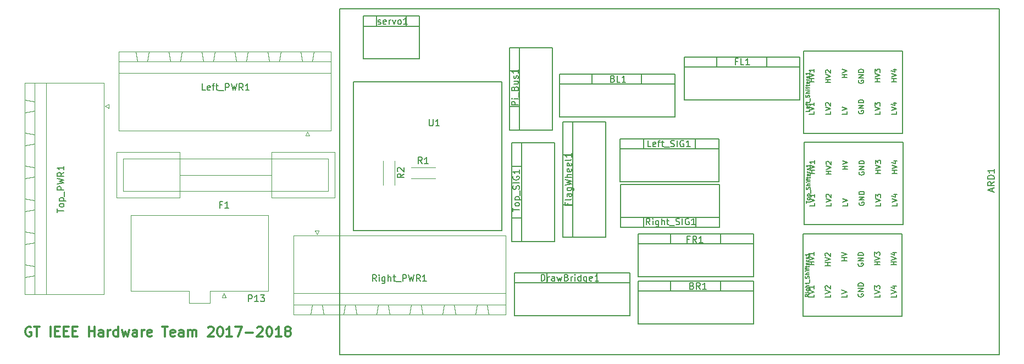
<source format=gto>
G04 #@! TF.FileFunction,Legend,Top*
%FSLAX46Y46*%
G04 Gerber Fmt 4.6, Leading zero omitted, Abs format (unit mm)*
G04 Created by KiCad (PCBNEW 4.0.6) date 04/09/18 21:25:24*
%MOMM*%
%LPD*%
G01*
G04 APERTURE LIST*
%ADD10C,0.100000*%
%ADD11C,0.300000*%
%ADD12C,0.150000*%
%ADD13C,0.127000*%
%ADD14C,0.120000*%
%ADD15C,0.152400*%
G04 APERTURE END LIST*
D10*
D11*
X53834573Y-115836000D02*
X53691716Y-115764571D01*
X53477430Y-115764571D01*
X53263145Y-115836000D01*
X53120287Y-115978857D01*
X53048859Y-116121714D01*
X52977430Y-116407429D01*
X52977430Y-116621714D01*
X53048859Y-116907429D01*
X53120287Y-117050286D01*
X53263145Y-117193143D01*
X53477430Y-117264571D01*
X53620287Y-117264571D01*
X53834573Y-117193143D01*
X53906002Y-117121714D01*
X53906002Y-116621714D01*
X53620287Y-116621714D01*
X54334573Y-115764571D02*
X55191716Y-115764571D01*
X54763145Y-117264571D02*
X54763145Y-115764571D01*
X56834573Y-117264571D02*
X56834573Y-115764571D01*
X57548859Y-116478857D02*
X58048859Y-116478857D01*
X58263145Y-117264571D02*
X57548859Y-117264571D01*
X57548859Y-115764571D01*
X58263145Y-115764571D01*
X58906002Y-116478857D02*
X59406002Y-116478857D01*
X59620288Y-117264571D02*
X58906002Y-117264571D01*
X58906002Y-115764571D01*
X59620288Y-115764571D01*
X60263145Y-116478857D02*
X60763145Y-116478857D01*
X60977431Y-117264571D02*
X60263145Y-117264571D01*
X60263145Y-115764571D01*
X60977431Y-115764571D01*
X62763145Y-117264571D02*
X62763145Y-115764571D01*
X62763145Y-116478857D02*
X63620288Y-116478857D01*
X63620288Y-117264571D02*
X63620288Y-115764571D01*
X64977431Y-117264571D02*
X64977431Y-116478857D01*
X64906002Y-116336000D01*
X64763145Y-116264571D01*
X64477431Y-116264571D01*
X64334574Y-116336000D01*
X64977431Y-117193143D02*
X64834574Y-117264571D01*
X64477431Y-117264571D01*
X64334574Y-117193143D01*
X64263145Y-117050286D01*
X64263145Y-116907429D01*
X64334574Y-116764571D01*
X64477431Y-116693143D01*
X64834574Y-116693143D01*
X64977431Y-116621714D01*
X65691717Y-117264571D02*
X65691717Y-116264571D01*
X65691717Y-116550286D02*
X65763145Y-116407429D01*
X65834574Y-116336000D01*
X65977431Y-116264571D01*
X66120288Y-116264571D01*
X67263145Y-117264571D02*
X67263145Y-115764571D01*
X67263145Y-117193143D02*
X67120288Y-117264571D01*
X66834574Y-117264571D01*
X66691716Y-117193143D01*
X66620288Y-117121714D01*
X66548859Y-116978857D01*
X66548859Y-116550286D01*
X66620288Y-116407429D01*
X66691716Y-116336000D01*
X66834574Y-116264571D01*
X67120288Y-116264571D01*
X67263145Y-116336000D01*
X67834574Y-116264571D02*
X68120288Y-117264571D01*
X68406002Y-116550286D01*
X68691717Y-117264571D01*
X68977431Y-116264571D01*
X70191717Y-117264571D02*
X70191717Y-116478857D01*
X70120288Y-116336000D01*
X69977431Y-116264571D01*
X69691717Y-116264571D01*
X69548860Y-116336000D01*
X70191717Y-117193143D02*
X70048860Y-117264571D01*
X69691717Y-117264571D01*
X69548860Y-117193143D01*
X69477431Y-117050286D01*
X69477431Y-116907429D01*
X69548860Y-116764571D01*
X69691717Y-116693143D01*
X70048860Y-116693143D01*
X70191717Y-116621714D01*
X70906003Y-117264571D02*
X70906003Y-116264571D01*
X70906003Y-116550286D02*
X70977431Y-116407429D01*
X71048860Y-116336000D01*
X71191717Y-116264571D01*
X71334574Y-116264571D01*
X72406002Y-117193143D02*
X72263145Y-117264571D01*
X71977431Y-117264571D01*
X71834574Y-117193143D01*
X71763145Y-117050286D01*
X71763145Y-116478857D01*
X71834574Y-116336000D01*
X71977431Y-116264571D01*
X72263145Y-116264571D01*
X72406002Y-116336000D01*
X72477431Y-116478857D01*
X72477431Y-116621714D01*
X71763145Y-116764571D01*
X74048859Y-115764571D02*
X74906002Y-115764571D01*
X74477431Y-117264571D02*
X74477431Y-115764571D01*
X75977430Y-117193143D02*
X75834573Y-117264571D01*
X75548859Y-117264571D01*
X75406002Y-117193143D01*
X75334573Y-117050286D01*
X75334573Y-116478857D01*
X75406002Y-116336000D01*
X75548859Y-116264571D01*
X75834573Y-116264571D01*
X75977430Y-116336000D01*
X76048859Y-116478857D01*
X76048859Y-116621714D01*
X75334573Y-116764571D01*
X77334573Y-117264571D02*
X77334573Y-116478857D01*
X77263144Y-116336000D01*
X77120287Y-116264571D01*
X76834573Y-116264571D01*
X76691716Y-116336000D01*
X77334573Y-117193143D02*
X77191716Y-117264571D01*
X76834573Y-117264571D01*
X76691716Y-117193143D01*
X76620287Y-117050286D01*
X76620287Y-116907429D01*
X76691716Y-116764571D01*
X76834573Y-116693143D01*
X77191716Y-116693143D01*
X77334573Y-116621714D01*
X78048859Y-117264571D02*
X78048859Y-116264571D01*
X78048859Y-116407429D02*
X78120287Y-116336000D01*
X78263145Y-116264571D01*
X78477430Y-116264571D01*
X78620287Y-116336000D01*
X78691716Y-116478857D01*
X78691716Y-117264571D01*
X78691716Y-116478857D02*
X78763145Y-116336000D01*
X78906002Y-116264571D01*
X79120287Y-116264571D01*
X79263145Y-116336000D01*
X79334573Y-116478857D01*
X79334573Y-117264571D01*
X81120287Y-115907429D02*
X81191716Y-115836000D01*
X81334573Y-115764571D01*
X81691716Y-115764571D01*
X81834573Y-115836000D01*
X81906002Y-115907429D01*
X81977430Y-116050286D01*
X81977430Y-116193143D01*
X81906002Y-116407429D01*
X81048859Y-117264571D01*
X81977430Y-117264571D01*
X82906001Y-115764571D02*
X83048858Y-115764571D01*
X83191715Y-115836000D01*
X83263144Y-115907429D01*
X83334573Y-116050286D01*
X83406001Y-116336000D01*
X83406001Y-116693143D01*
X83334573Y-116978857D01*
X83263144Y-117121714D01*
X83191715Y-117193143D01*
X83048858Y-117264571D01*
X82906001Y-117264571D01*
X82763144Y-117193143D01*
X82691715Y-117121714D01*
X82620287Y-116978857D01*
X82548858Y-116693143D01*
X82548858Y-116336000D01*
X82620287Y-116050286D01*
X82691715Y-115907429D01*
X82763144Y-115836000D01*
X82906001Y-115764571D01*
X84834572Y-117264571D02*
X83977429Y-117264571D01*
X84406001Y-117264571D02*
X84406001Y-115764571D01*
X84263144Y-115978857D01*
X84120286Y-116121714D01*
X83977429Y-116193143D01*
X85334572Y-115764571D02*
X86334572Y-115764571D01*
X85691715Y-117264571D01*
X86906000Y-116693143D02*
X88048857Y-116693143D01*
X88691714Y-115907429D02*
X88763143Y-115836000D01*
X88906000Y-115764571D01*
X89263143Y-115764571D01*
X89406000Y-115836000D01*
X89477429Y-115907429D01*
X89548857Y-116050286D01*
X89548857Y-116193143D01*
X89477429Y-116407429D01*
X88620286Y-117264571D01*
X89548857Y-117264571D01*
X90477428Y-115764571D02*
X90620285Y-115764571D01*
X90763142Y-115836000D01*
X90834571Y-115907429D01*
X90906000Y-116050286D01*
X90977428Y-116336000D01*
X90977428Y-116693143D01*
X90906000Y-116978857D01*
X90834571Y-117121714D01*
X90763142Y-117193143D01*
X90620285Y-117264571D01*
X90477428Y-117264571D01*
X90334571Y-117193143D01*
X90263142Y-117121714D01*
X90191714Y-116978857D01*
X90120285Y-116693143D01*
X90120285Y-116336000D01*
X90191714Y-116050286D01*
X90263142Y-115907429D01*
X90334571Y-115836000D01*
X90477428Y-115764571D01*
X92405999Y-117264571D02*
X91548856Y-117264571D01*
X91977428Y-117264571D02*
X91977428Y-115764571D01*
X91834571Y-115978857D01*
X91691713Y-116121714D01*
X91548856Y-116193143D01*
X93263142Y-116407429D02*
X93120284Y-116336000D01*
X93048856Y-116264571D01*
X92977427Y-116121714D01*
X92977427Y-116050286D01*
X93048856Y-115907429D01*
X93120284Y-115836000D01*
X93263142Y-115764571D01*
X93548856Y-115764571D01*
X93691713Y-115836000D01*
X93763142Y-115907429D01*
X93834570Y-116050286D01*
X93834570Y-116121714D01*
X93763142Y-116264571D01*
X93691713Y-116336000D01*
X93548856Y-116407429D01*
X93263142Y-116407429D01*
X93120284Y-116478857D01*
X93048856Y-116550286D01*
X92977427Y-116693143D01*
X92977427Y-116978857D01*
X93048856Y-117121714D01*
X93120284Y-117193143D01*
X93263142Y-117264571D01*
X93548856Y-117264571D01*
X93691713Y-117193143D01*
X93763142Y-117121714D01*
X93834570Y-116978857D01*
X93834570Y-116693143D01*
X93763142Y-116550286D01*
X93691713Y-116478857D01*
X93548856Y-116407429D01*
D12*
X101358700Y-66763900D02*
X202958700Y-66763900D01*
X202958700Y-66763900D02*
X202958700Y-120103900D01*
X202958700Y-120103900D02*
X101358700Y-120103900D01*
X101358700Y-120103900D02*
X101358700Y-66763900D01*
X172288200Y-80772000D02*
X172288200Y-74172000D01*
X154508200Y-80772000D02*
X154508200Y-74172000D01*
X154508200Y-74172000D02*
X172288200Y-74172000D01*
X167169600Y-75692000D02*
X167169600Y-74172000D01*
X159499800Y-75692000D02*
X159499800Y-74172000D01*
X155778200Y-75692000D02*
X154508200Y-75692000D01*
X155778200Y-80772000D02*
X154508200Y-80772000D01*
X168478200Y-80772000D02*
X172288200Y-80772000D01*
X168478200Y-75692000D02*
X172288200Y-75692000D01*
X158318200Y-80772000D02*
X155778200Y-80772000D01*
X155778200Y-75692000D02*
X158318200Y-75692000D01*
X158318200Y-75692000D02*
X168478200Y-75692000D01*
X168478200Y-80772000D02*
X158318200Y-80772000D01*
D13*
X188036200Y-114147600D02*
X172796200Y-114147600D01*
X172796200Y-114147600D02*
X172796200Y-101447600D01*
X172796200Y-101447600D02*
X188036200Y-101447600D01*
X188036200Y-101447600D02*
X188036200Y-114147600D01*
D12*
X146126200Y-114096800D02*
X146126200Y-107496800D01*
X128346200Y-114096800D02*
X128346200Y-107496800D01*
X128346200Y-107496800D02*
X146126200Y-107496800D01*
X141007600Y-109016800D02*
X141007600Y-107496800D01*
X133337800Y-109016800D02*
X133337800Y-107496800D01*
X129616200Y-109016800D02*
X128346200Y-109016800D01*
X129616200Y-114096800D02*
X128346200Y-114096800D01*
X142316200Y-114096800D02*
X146126200Y-114096800D01*
X142316200Y-109016800D02*
X146126200Y-109016800D01*
X132156200Y-114096800D02*
X129616200Y-114096800D01*
X129616200Y-109016800D02*
X132156200Y-109016800D01*
X132156200Y-109016800D02*
X142316200Y-109016800D01*
X142316200Y-114096800D02*
X132156200Y-114096800D01*
D13*
X188099700Y-85915500D02*
X172859700Y-85915500D01*
X172859700Y-85915500D02*
X172859700Y-73215500D01*
X172859700Y-73215500D02*
X188099700Y-73215500D01*
X188099700Y-73215500D02*
X188099700Y-85915500D01*
D12*
X126305000Y-100903400D02*
X126405000Y-100903400D01*
X126405000Y-100903400D02*
X126405000Y-78003400D01*
X103505000Y-100903400D02*
X103505000Y-78003400D01*
X103605000Y-100903400D02*
X103505000Y-100903400D01*
X103605000Y-100903400D02*
X126305000Y-100903400D01*
X126405000Y-78003400D02*
X103505000Y-78003400D01*
D14*
X94297000Y-101729800D02*
X94297000Y-113889800D01*
X94297000Y-113889800D02*
X126937000Y-113889800D01*
X126937000Y-113889800D02*
X126937000Y-101729800D01*
X126937000Y-101729800D02*
X94297000Y-101729800D01*
X94297000Y-112389800D02*
X94297000Y-110589800D01*
X94297000Y-110589800D02*
X126937000Y-110589800D01*
X126937000Y-110589800D02*
X126937000Y-112389800D01*
X126937000Y-112389800D02*
X94297000Y-112389800D01*
X96917000Y-113889800D02*
X98917000Y-113889800D01*
X98917000Y-113889800D02*
X98667000Y-112389800D01*
X98667000Y-112389800D02*
X97167000Y-112389800D01*
X97167000Y-112389800D02*
X96917000Y-113889800D01*
X101997000Y-113889800D02*
X103997000Y-113889800D01*
X103997000Y-113889800D02*
X103747000Y-112389800D01*
X103747000Y-112389800D02*
X102247000Y-112389800D01*
X102247000Y-112389800D02*
X101997000Y-113889800D01*
X107077000Y-113889800D02*
X109077000Y-113889800D01*
X109077000Y-113889800D02*
X108827000Y-112389800D01*
X108827000Y-112389800D02*
X107327000Y-112389800D01*
X107327000Y-112389800D02*
X107077000Y-113889800D01*
X112157000Y-113889800D02*
X114157000Y-113889800D01*
X114157000Y-113889800D02*
X113907000Y-112389800D01*
X113907000Y-112389800D02*
X112407000Y-112389800D01*
X112407000Y-112389800D02*
X112157000Y-113889800D01*
X117237000Y-113889800D02*
X119237000Y-113889800D01*
X119237000Y-113889800D02*
X118987000Y-112389800D01*
X118987000Y-112389800D02*
X117487000Y-112389800D01*
X117487000Y-112389800D02*
X117237000Y-113889800D01*
X122317000Y-113889800D02*
X124317000Y-113889800D01*
X124317000Y-113889800D02*
X124067000Y-112389800D01*
X124067000Y-112389800D02*
X122567000Y-112389800D01*
X122567000Y-112389800D02*
X122317000Y-113889800D01*
X98217000Y-100929800D02*
X97917000Y-101529800D01*
X97917000Y-101529800D02*
X97617000Y-100929800D01*
X97617000Y-100929800D02*
X98217000Y-100929800D01*
D12*
X153009600Y-83413600D02*
X153009600Y-76813600D01*
X135229600Y-83413600D02*
X135229600Y-76813600D01*
X135229600Y-76813600D02*
X153009600Y-76813600D01*
X147891000Y-78333600D02*
X147891000Y-76813600D01*
X140221200Y-78333600D02*
X140221200Y-76813600D01*
X136499600Y-78333600D02*
X135229600Y-78333600D01*
X136499600Y-83413600D02*
X135229600Y-83413600D01*
X149199600Y-83413600D02*
X153009600Y-83413600D01*
X149199600Y-78333600D02*
X153009600Y-78333600D01*
X139039600Y-83413600D02*
X136499600Y-83413600D01*
X136499600Y-78333600D02*
X139039600Y-78333600D01*
X139039600Y-78333600D02*
X149199600Y-78333600D01*
X149199600Y-83413600D02*
X139039600Y-83413600D01*
X165176200Y-115341400D02*
X165176200Y-108741400D01*
X147396200Y-115341400D02*
X147396200Y-108741400D01*
X147396200Y-108741400D02*
X165176200Y-108741400D01*
X160057600Y-110261400D02*
X160057600Y-108741400D01*
X152387800Y-110261400D02*
X152387800Y-108741400D01*
X148666200Y-110261400D02*
X147396200Y-110261400D01*
X148666200Y-115341400D02*
X147396200Y-115341400D01*
X161366200Y-115341400D02*
X165176200Y-115341400D01*
X161366200Y-110261400D02*
X165176200Y-110261400D01*
X151206200Y-115341400D02*
X148666200Y-115341400D01*
X148666200Y-110261400D02*
X151206200Y-110261400D01*
X151206200Y-110261400D02*
X161366200Y-110261400D01*
X161366200Y-115341400D02*
X151206200Y-115341400D01*
D14*
X76783800Y-92354400D02*
X90883800Y-92354400D01*
X76763800Y-95854400D02*
X76763800Y-88854400D01*
X68013800Y-88854400D02*
X76763800Y-88854400D01*
X68013800Y-95854400D02*
X76763800Y-95854400D01*
X98383800Y-89854400D02*
X99633800Y-89854400D01*
X98133800Y-94854400D02*
X99633800Y-94854400D01*
X86133800Y-89854400D02*
X98383800Y-89854400D01*
X86383800Y-94854400D02*
X98133800Y-94854400D01*
X68033800Y-89854400D02*
X86133800Y-89854400D01*
X68033800Y-94854400D02*
X86383800Y-94854400D01*
X68013800Y-94854400D02*
X68013800Y-89854400D01*
X67013800Y-95854400D02*
X68013800Y-95854400D01*
X67013800Y-95854400D02*
X67013800Y-88854400D01*
X67013800Y-88854400D02*
X68013800Y-88854400D01*
X99633800Y-94854400D02*
X99633800Y-89854400D01*
X90883800Y-95854400D02*
X100633800Y-95854400D01*
X100633800Y-95854400D02*
X100633800Y-88854400D01*
X90883800Y-88854400D02*
X100633800Y-88854400D01*
X90883800Y-95854400D02*
X90883800Y-88854400D01*
D12*
X142367000Y-84175600D02*
X135767000Y-84175600D01*
X142367000Y-101955600D02*
X135767000Y-101955600D01*
X135767000Y-101955600D02*
X135767000Y-84175600D01*
X137287000Y-89294200D02*
X135767000Y-89294200D01*
X137287000Y-96964000D02*
X135767000Y-96964000D01*
X137287000Y-100685600D02*
X137287000Y-101955600D01*
X142367000Y-100685600D02*
X142367000Y-101955600D01*
X142367000Y-87985600D02*
X142367000Y-84175600D01*
X137287000Y-87985600D02*
X137287000Y-84175600D01*
X142367000Y-98145600D02*
X142367000Y-100685600D01*
X137287000Y-100685600D02*
X137287000Y-98145600D01*
X137287000Y-98145600D02*
X137287000Y-87985600D01*
X142367000Y-87985600D02*
X142367000Y-98145600D01*
X165176200Y-108051600D02*
X165176200Y-101451600D01*
X147396200Y-108051600D02*
X147396200Y-101451600D01*
X147396200Y-101451600D02*
X165176200Y-101451600D01*
X160057600Y-102971600D02*
X160057600Y-101451600D01*
X152387800Y-102971600D02*
X152387800Y-101451600D01*
X148666200Y-102971600D02*
X147396200Y-102971600D01*
X148666200Y-108051600D02*
X147396200Y-108051600D01*
X161366200Y-108051600D02*
X165176200Y-108051600D01*
X161366200Y-102971600D02*
X165176200Y-102971600D01*
X151206200Y-108051600D02*
X148666200Y-108051600D01*
X148666200Y-102971600D02*
X151206200Y-102971600D01*
X151206200Y-102971600D02*
X161366200Y-102971600D01*
X161366200Y-108051600D02*
X151206200Y-108051600D01*
D14*
X100038400Y-85493600D02*
X100038400Y-73333600D01*
X100038400Y-73333600D02*
X67398400Y-73333600D01*
X67398400Y-73333600D02*
X67398400Y-85493600D01*
X67398400Y-85493600D02*
X100038400Y-85493600D01*
X100038400Y-74833600D02*
X100038400Y-76633600D01*
X100038400Y-76633600D02*
X67398400Y-76633600D01*
X67398400Y-76633600D02*
X67398400Y-74833600D01*
X67398400Y-74833600D02*
X100038400Y-74833600D01*
X97418400Y-73333600D02*
X95418400Y-73333600D01*
X95418400Y-73333600D02*
X95668400Y-74833600D01*
X95668400Y-74833600D02*
X97168400Y-74833600D01*
X97168400Y-74833600D02*
X97418400Y-73333600D01*
X92338400Y-73333600D02*
X90338400Y-73333600D01*
X90338400Y-73333600D02*
X90588400Y-74833600D01*
X90588400Y-74833600D02*
X92088400Y-74833600D01*
X92088400Y-74833600D02*
X92338400Y-73333600D01*
X87258400Y-73333600D02*
X85258400Y-73333600D01*
X85258400Y-73333600D02*
X85508400Y-74833600D01*
X85508400Y-74833600D02*
X87008400Y-74833600D01*
X87008400Y-74833600D02*
X87258400Y-73333600D01*
X82178400Y-73333600D02*
X80178400Y-73333600D01*
X80178400Y-73333600D02*
X80428400Y-74833600D01*
X80428400Y-74833600D02*
X81928400Y-74833600D01*
X81928400Y-74833600D02*
X82178400Y-73333600D01*
X77098400Y-73333600D02*
X75098400Y-73333600D01*
X75098400Y-73333600D02*
X75348400Y-74833600D01*
X75348400Y-74833600D02*
X76848400Y-74833600D01*
X76848400Y-74833600D02*
X77098400Y-73333600D01*
X72018400Y-73333600D02*
X70018400Y-73333600D01*
X70018400Y-73333600D02*
X70268400Y-74833600D01*
X70268400Y-74833600D02*
X71768400Y-74833600D01*
X71768400Y-74833600D02*
X72018400Y-73333600D01*
X96118400Y-86293600D02*
X96418400Y-85693600D01*
X96418400Y-85693600D02*
X96718400Y-86293600D01*
X96718400Y-86293600D02*
X96118400Y-86293600D01*
D12*
X159816800Y-93370400D02*
X159816800Y-86770400D01*
X144576800Y-93370400D02*
X144576800Y-86770400D01*
X144576800Y-86770400D02*
X159816800Y-86770400D01*
X156196800Y-88290400D02*
X156196800Y-86770400D01*
X148196800Y-88290400D02*
X148196800Y-86770400D01*
X145846800Y-88290400D02*
X144576800Y-88290400D01*
X145846800Y-93370400D02*
X144576800Y-93370400D01*
X158546800Y-93370400D02*
X159816800Y-93370400D01*
X158546800Y-88290400D02*
X159816800Y-88290400D01*
X148386800Y-93370400D02*
X145846800Y-93370400D01*
X145846800Y-88290400D02*
X148386800Y-88290400D01*
X148386800Y-88290400D02*
X158546800Y-88290400D01*
X158546800Y-93370400D02*
X148386800Y-93370400D01*
D14*
X83563000Y-110635400D02*
X83263000Y-111235400D01*
X83263000Y-111235400D02*
X83863000Y-111235400D01*
X83863000Y-111235400D02*
X83563000Y-110635400D01*
X90428000Y-110230400D02*
X81418000Y-110230400D01*
X81418000Y-110230400D02*
X81418000Y-112080400D01*
X81418000Y-112080400D02*
X78218000Y-112080400D01*
X78218000Y-112080400D02*
X78218000Y-110230400D01*
X78218000Y-110230400D02*
X69208000Y-110230400D01*
X69208000Y-110230400D02*
X69208000Y-98550400D01*
X69208000Y-98550400D02*
X90428000Y-98550400D01*
X90428000Y-98550400D02*
X90428000Y-110230400D01*
X112389200Y-91164200D02*
X116109200Y-91164200D01*
X112389200Y-92884200D02*
X116109200Y-92884200D01*
X109826000Y-90164200D02*
X109826000Y-93884200D01*
X108106000Y-90164200D02*
X108106000Y-93884200D01*
D12*
X144627600Y-93827600D02*
X144627600Y-100427600D01*
X159867600Y-93827600D02*
X159867600Y-100427600D01*
X159867600Y-100427600D02*
X144627600Y-100427600D01*
X148247600Y-98907600D02*
X148247600Y-100427600D01*
X156247600Y-98907600D02*
X156247600Y-100427600D01*
X158597600Y-98907600D02*
X159867600Y-98907600D01*
X158597600Y-93827600D02*
X159867600Y-93827600D01*
X145897600Y-93827600D02*
X144627600Y-93827600D01*
X145897600Y-98907600D02*
X144627600Y-98907600D01*
X156057600Y-93827600D02*
X158597600Y-93827600D01*
X158597600Y-98907600D02*
X156057600Y-98907600D01*
X156057600Y-98907600D02*
X145897600Y-98907600D01*
X145897600Y-93827600D02*
X156057600Y-93827600D01*
D14*
X65046600Y-78142600D02*
X52886600Y-78142600D01*
X52886600Y-78142600D02*
X52886600Y-110782600D01*
X52886600Y-110782600D02*
X65046600Y-110782600D01*
X65046600Y-110782600D02*
X65046600Y-78142600D01*
X54386600Y-78142600D02*
X56186600Y-78142600D01*
X56186600Y-78142600D02*
X56186600Y-110782600D01*
X56186600Y-110782600D02*
X54386600Y-110782600D01*
X54386600Y-110782600D02*
X54386600Y-78142600D01*
X52886600Y-80762600D02*
X52886600Y-82762600D01*
X52886600Y-82762600D02*
X54386600Y-82512600D01*
X54386600Y-82512600D02*
X54386600Y-81012600D01*
X54386600Y-81012600D02*
X52886600Y-80762600D01*
X52886600Y-85842600D02*
X52886600Y-87842600D01*
X52886600Y-87842600D02*
X54386600Y-87592600D01*
X54386600Y-87592600D02*
X54386600Y-86092600D01*
X54386600Y-86092600D02*
X52886600Y-85842600D01*
X52886600Y-90922600D02*
X52886600Y-92922600D01*
X52886600Y-92922600D02*
X54386600Y-92672600D01*
X54386600Y-92672600D02*
X54386600Y-91172600D01*
X54386600Y-91172600D02*
X52886600Y-90922600D01*
X52886600Y-96002600D02*
X52886600Y-98002600D01*
X52886600Y-98002600D02*
X54386600Y-97752600D01*
X54386600Y-97752600D02*
X54386600Y-96252600D01*
X54386600Y-96252600D02*
X52886600Y-96002600D01*
X52886600Y-101082600D02*
X52886600Y-103082600D01*
X52886600Y-103082600D02*
X54386600Y-102832600D01*
X54386600Y-102832600D02*
X54386600Y-101332600D01*
X54386600Y-101332600D02*
X52886600Y-101082600D01*
X52886600Y-106162600D02*
X52886600Y-108162600D01*
X52886600Y-108162600D02*
X54386600Y-107912600D01*
X54386600Y-107912600D02*
X54386600Y-106412600D01*
X54386600Y-106412600D02*
X52886600Y-106162600D01*
X65846600Y-82062600D02*
X65246600Y-81762600D01*
X65246600Y-81762600D02*
X65846600Y-81462600D01*
X65846600Y-81462600D02*
X65846600Y-82062600D01*
D13*
X188188600Y-100037900D02*
X172948600Y-100037900D01*
X172948600Y-100037900D02*
X172948600Y-87337900D01*
X172948600Y-87337900D02*
X188188600Y-87337900D01*
X188188600Y-87337900D02*
X188188600Y-100037900D01*
D12*
X134467600Y-87401400D02*
X127867600Y-87401400D01*
X134467600Y-102641400D02*
X127867600Y-102641400D01*
X127867600Y-102641400D02*
X127867600Y-87401400D01*
X129387600Y-91021400D02*
X127867600Y-91021400D01*
X129387600Y-99021400D02*
X127867600Y-99021400D01*
X129387600Y-101371400D02*
X129387600Y-102641400D01*
X134467600Y-101371400D02*
X134467600Y-102641400D01*
X134467600Y-88671400D02*
X134467600Y-87401400D01*
X129387600Y-88671400D02*
X129387600Y-87401400D01*
X134467600Y-98831400D02*
X134467600Y-101371400D01*
X129387600Y-101371400D02*
X129387600Y-98831400D01*
X129387600Y-98831400D02*
X129387600Y-88671400D01*
X134467600Y-88671400D02*
X134467600Y-98831400D01*
X134188200Y-72720200D02*
X127588200Y-72720200D01*
X134188200Y-85420200D02*
X127588200Y-85420200D01*
X127588200Y-85420200D02*
X127588200Y-72720200D01*
X129108200Y-76340200D02*
X127588200Y-76340200D01*
X129108200Y-81800200D02*
X127588200Y-81800200D01*
X129108200Y-84150200D02*
X129108200Y-85420200D01*
X134188200Y-84150200D02*
X134188200Y-85420200D01*
X134188200Y-81610200D02*
X134188200Y-84150200D01*
X129108200Y-84150200D02*
X129108200Y-81610200D01*
X129108200Y-81610200D02*
X129108200Y-72720200D01*
X134188200Y-72720200D02*
X134188200Y-81610200D01*
X105003600Y-74432800D02*
X113639600Y-74432800D01*
X105003600Y-67832800D02*
X113639600Y-67832800D01*
X111607600Y-69432800D02*
X111607600Y-67832800D01*
X107035600Y-69432800D02*
X107035600Y-67832800D01*
X113639600Y-69432800D02*
X105003600Y-69432800D01*
X113639600Y-74432800D02*
X113639600Y-67832800D01*
X105003600Y-74432800D02*
X105003600Y-67832800D01*
X201918867Y-94881486D02*
X201918867Y-94405295D01*
X202204581Y-94976724D02*
X201204581Y-94643391D01*
X202204581Y-94310057D01*
X202204581Y-93405295D02*
X201728390Y-93738629D01*
X202204581Y-93976724D02*
X201204581Y-93976724D01*
X201204581Y-93595771D01*
X201252200Y-93500533D01*
X201299819Y-93452914D01*
X201395057Y-93405295D01*
X201537914Y-93405295D01*
X201633152Y-93452914D01*
X201680771Y-93500533D01*
X201728390Y-93595771D01*
X201728390Y-93976724D01*
X202204581Y-92976724D02*
X201204581Y-92976724D01*
X201204581Y-92738629D01*
X201252200Y-92595771D01*
X201347438Y-92500533D01*
X201442676Y-92452914D01*
X201633152Y-92405295D01*
X201776010Y-92405295D01*
X201966486Y-92452914D01*
X202061724Y-92500533D01*
X202156962Y-92595771D01*
X202204581Y-92738629D01*
X202204581Y-92976724D01*
X202204581Y-91452914D02*
X202204581Y-92024343D01*
X202204581Y-91738629D02*
X201204581Y-91738629D01*
X201347438Y-91833867D01*
X201442676Y-91929105D01*
X201490295Y-92024343D01*
X162660105Y-74858571D02*
X162326771Y-74858571D01*
X162326771Y-75382381D02*
X162326771Y-74382381D01*
X162802962Y-74382381D01*
X163660105Y-75382381D02*
X163183914Y-75382381D01*
X163183914Y-74382381D01*
X164517248Y-75382381D02*
X163945819Y-75382381D01*
X164231533Y-75382381D02*
X164231533Y-74382381D01*
X164136295Y-74525238D01*
X164041057Y-74620476D01*
X163945819Y-74668095D01*
D13*
X173706971Y-110758514D02*
X173416686Y-110961714D01*
X173706971Y-111106857D02*
X173097371Y-111106857D01*
X173097371Y-110874629D01*
X173126400Y-110816571D01*
X173155429Y-110787543D01*
X173213486Y-110758514D01*
X173300571Y-110758514D01*
X173358629Y-110787543D01*
X173387657Y-110816571D01*
X173416686Y-110874629D01*
X173416686Y-111106857D01*
X173706971Y-110497257D02*
X173300571Y-110497257D01*
X173097371Y-110497257D02*
X173126400Y-110526286D01*
X173155429Y-110497257D01*
X173126400Y-110468229D01*
X173097371Y-110497257D01*
X173155429Y-110497257D01*
X173300571Y-109945714D02*
X173794057Y-109945714D01*
X173852114Y-109974743D01*
X173881143Y-110003771D01*
X173910171Y-110061828D01*
X173910171Y-110148914D01*
X173881143Y-110206971D01*
X173677943Y-109945714D02*
X173706971Y-110003771D01*
X173706971Y-110119885D01*
X173677943Y-110177943D01*
X173648914Y-110206971D01*
X173590857Y-110236000D01*
X173416686Y-110236000D01*
X173358629Y-110206971D01*
X173329600Y-110177943D01*
X173300571Y-110119885D01*
X173300571Y-110003771D01*
X173329600Y-109945714D01*
X173706971Y-109655428D02*
X173097371Y-109655428D01*
X173706971Y-109394171D02*
X173387657Y-109394171D01*
X173329600Y-109423200D01*
X173300571Y-109481257D01*
X173300571Y-109568342D01*
X173329600Y-109626400D01*
X173358629Y-109655428D01*
X173300571Y-109190971D02*
X173300571Y-108958742D01*
X173097371Y-109103885D02*
X173619886Y-109103885D01*
X173677943Y-109074857D01*
X173706971Y-109016799D01*
X173706971Y-108958742D01*
X173765029Y-108900685D02*
X173765029Y-108436228D01*
X173677943Y-108320114D02*
X173706971Y-108233028D01*
X173706971Y-108087885D01*
X173677943Y-108029828D01*
X173648914Y-108000799D01*
X173590857Y-107971771D01*
X173532800Y-107971771D01*
X173474743Y-108000799D01*
X173445714Y-108029828D01*
X173416686Y-108087885D01*
X173387657Y-108203999D01*
X173358629Y-108262057D01*
X173329600Y-108291085D01*
X173271543Y-108320114D01*
X173213486Y-108320114D01*
X173155429Y-108291085D01*
X173126400Y-108262057D01*
X173097371Y-108203999D01*
X173097371Y-108058857D01*
X173126400Y-107971771D01*
X173706971Y-107710514D02*
X173097371Y-107710514D01*
X173706971Y-107449257D02*
X173387657Y-107449257D01*
X173329600Y-107478286D01*
X173300571Y-107536343D01*
X173300571Y-107623428D01*
X173329600Y-107681486D01*
X173358629Y-107710514D01*
X173706971Y-107158971D02*
X173300571Y-107158971D01*
X173097371Y-107158971D02*
X173126400Y-107188000D01*
X173155429Y-107158971D01*
X173126400Y-107129943D01*
X173097371Y-107158971D01*
X173155429Y-107158971D01*
X173300571Y-106955771D02*
X173300571Y-106723542D01*
X173706971Y-106868685D02*
X173184457Y-106868685D01*
X173126400Y-106839657D01*
X173097371Y-106781599D01*
X173097371Y-106723542D01*
X173300571Y-106607428D02*
X173300571Y-106375199D01*
X173097371Y-106520342D02*
X173619886Y-106520342D01*
X173677943Y-106491314D01*
X173706971Y-106433256D01*
X173706971Y-106375199D01*
X173677943Y-105939771D02*
X173706971Y-105997828D01*
X173706971Y-106113942D01*
X173677943Y-106171999D01*
X173619886Y-106201028D01*
X173387657Y-106201028D01*
X173329600Y-106171999D01*
X173300571Y-106113942D01*
X173300571Y-105997828D01*
X173329600Y-105939771D01*
X173387657Y-105910742D01*
X173445714Y-105910742D01*
X173503771Y-106201028D01*
X173706971Y-105649485D02*
X173300571Y-105649485D01*
X173416686Y-105649485D02*
X173358629Y-105620457D01*
X173329600Y-105591428D01*
X173300571Y-105533371D01*
X173300571Y-105475314D01*
X173677943Y-105301143D02*
X173706971Y-105243086D01*
X173706971Y-105126971D01*
X173677943Y-105068914D01*
X173619886Y-105039886D01*
X173590857Y-105039886D01*
X173532800Y-105068914D01*
X173503771Y-105126971D01*
X173503771Y-105214057D01*
X173474743Y-105272114D01*
X173416686Y-105301143D01*
X173387657Y-105301143D01*
X173329600Y-105272114D01*
X173300571Y-105214057D01*
X173300571Y-105126971D01*
X173329600Y-105068914D01*
X173706971Y-104459314D02*
X173706971Y-104807657D01*
X173706971Y-104633485D02*
X173097371Y-104633485D01*
X173184457Y-104691542D01*
X173242514Y-104749600D01*
X173271543Y-104807657D01*
D15*
X174433895Y-110821410D02*
X174433895Y-111208457D01*
X173621095Y-111208457D01*
X173621095Y-110666590D02*
X174433895Y-110395657D01*
X173621095Y-110124724D01*
X174433895Y-109428038D02*
X174433895Y-109892495D01*
X174433895Y-109660266D02*
X173621095Y-109660266D01*
X173737210Y-109737676D01*
X173814619Y-109815085D01*
X173853324Y-109892495D01*
X176973895Y-110821410D02*
X176973895Y-111208457D01*
X176161095Y-111208457D01*
X176161095Y-110666590D02*
X176973895Y-110395657D01*
X176161095Y-110124724D01*
X176238505Y-109892495D02*
X176199800Y-109853790D01*
X176161095Y-109776381D01*
X176161095Y-109582857D01*
X176199800Y-109505447D01*
X176238505Y-109466743D01*
X176315914Y-109428038D01*
X176393324Y-109428038D01*
X176509438Y-109466743D01*
X176973895Y-109931200D01*
X176973895Y-109428038D01*
X174433895Y-106225219D02*
X173621095Y-106225219D01*
X174008143Y-106225219D02*
X174008143Y-105760762D01*
X174433895Y-105760762D02*
X173621095Y-105760762D01*
X173621095Y-105489828D02*
X174433895Y-105218895D01*
X173621095Y-104947962D01*
X174433895Y-104251276D02*
X174433895Y-104715733D01*
X174433895Y-104483504D02*
X173621095Y-104483504D01*
X173737210Y-104560914D01*
X173814619Y-104638323D01*
X173853324Y-104715733D01*
X176973895Y-106352219D02*
X176161095Y-106352219D01*
X176548143Y-106352219D02*
X176548143Y-105887762D01*
X176973895Y-105887762D02*
X176161095Y-105887762D01*
X176161095Y-105616828D02*
X176973895Y-105345895D01*
X176161095Y-105074962D01*
X176238505Y-104842733D02*
X176199800Y-104804028D01*
X176161095Y-104726619D01*
X176161095Y-104533095D01*
X176199800Y-104455685D01*
X176238505Y-104416981D01*
X176315914Y-104378276D01*
X176393324Y-104378276D01*
X176509438Y-104416981D01*
X176973895Y-104881438D01*
X176973895Y-104378276D01*
X179513895Y-110815362D02*
X179513895Y-111202409D01*
X178701095Y-111202409D01*
X178701095Y-110660542D02*
X179513895Y-110389609D01*
X178701095Y-110118676D01*
X181279800Y-110702876D02*
X181241095Y-110780285D01*
X181241095Y-110896400D01*
X181279800Y-111012514D01*
X181357210Y-111089923D01*
X181434619Y-111128628D01*
X181589438Y-111167333D01*
X181705552Y-111167333D01*
X181860371Y-111128628D01*
X181937781Y-111089923D01*
X182015190Y-111012514D01*
X182053895Y-110896400D01*
X182053895Y-110818990D01*
X182015190Y-110702876D01*
X181976486Y-110664171D01*
X181705552Y-110664171D01*
X181705552Y-110818990D01*
X182053895Y-110315828D02*
X181241095Y-110315828D01*
X182053895Y-109851371D01*
X181241095Y-109851371D01*
X182053895Y-109464323D02*
X181241095Y-109464323D01*
X181241095Y-109270799D01*
X181279800Y-109154685D01*
X181357210Y-109077276D01*
X181434619Y-109038571D01*
X181589438Y-108999866D01*
X181705552Y-108999866D01*
X181860371Y-109038571D01*
X181937781Y-109077276D01*
X182015190Y-109154685D01*
X182053895Y-109270799D01*
X182053895Y-109464323D01*
X184593895Y-110821410D02*
X184593895Y-111208457D01*
X183781095Y-111208457D01*
X183781095Y-110666590D02*
X184593895Y-110395657D01*
X183781095Y-110124724D01*
X183781095Y-109931200D02*
X183781095Y-109428038D01*
X184090733Y-109698971D01*
X184090733Y-109582857D01*
X184129438Y-109505447D01*
X184168143Y-109466743D01*
X184245552Y-109428038D01*
X184439076Y-109428038D01*
X184516486Y-109466743D01*
X184555190Y-109505447D01*
X184593895Y-109582857D01*
X184593895Y-109815085D01*
X184555190Y-109892495D01*
X184516486Y-109931200D01*
X187133895Y-110821410D02*
X187133895Y-111208457D01*
X186321095Y-111208457D01*
X186321095Y-110666590D02*
X187133895Y-110395657D01*
X186321095Y-110124724D01*
X186592029Y-109505447D02*
X187133895Y-109505447D01*
X186282390Y-109698971D02*
X186862962Y-109892495D01*
X186862962Y-109389333D01*
X179513895Y-105584171D02*
X178701095Y-105584171D01*
X179088143Y-105584171D02*
X179088143Y-105119714D01*
X179513895Y-105119714D02*
X178701095Y-105119714D01*
X178701095Y-104848780D02*
X179513895Y-104577847D01*
X178701095Y-104306914D01*
X181279800Y-106003876D02*
X181241095Y-106081285D01*
X181241095Y-106197400D01*
X181279800Y-106313514D01*
X181357210Y-106390923D01*
X181434619Y-106429628D01*
X181589438Y-106468333D01*
X181705552Y-106468333D01*
X181860371Y-106429628D01*
X181937781Y-106390923D01*
X182015190Y-106313514D01*
X182053895Y-106197400D01*
X182053895Y-106119990D01*
X182015190Y-106003876D01*
X181976486Y-105965171D01*
X181705552Y-105965171D01*
X181705552Y-106119990D01*
X182053895Y-105616828D02*
X181241095Y-105616828D01*
X182053895Y-105152371D01*
X181241095Y-105152371D01*
X182053895Y-104765323D02*
X181241095Y-104765323D01*
X181241095Y-104571799D01*
X181279800Y-104455685D01*
X181357210Y-104378276D01*
X181434619Y-104339571D01*
X181589438Y-104300866D01*
X181705552Y-104300866D01*
X181860371Y-104339571D01*
X181937781Y-104378276D01*
X182015190Y-104455685D01*
X182053895Y-104571799D01*
X182053895Y-104765323D01*
X184593895Y-106225219D02*
X183781095Y-106225219D01*
X184168143Y-106225219D02*
X184168143Y-105760762D01*
X184593895Y-105760762D02*
X183781095Y-105760762D01*
X183781095Y-105489828D02*
X184593895Y-105218895D01*
X183781095Y-104947962D01*
X183781095Y-104754438D02*
X183781095Y-104251276D01*
X184090733Y-104522209D01*
X184090733Y-104406095D01*
X184129438Y-104328685D01*
X184168143Y-104289981D01*
X184245552Y-104251276D01*
X184439076Y-104251276D01*
X184516486Y-104289981D01*
X184555190Y-104328685D01*
X184593895Y-104406095D01*
X184593895Y-104638323D01*
X184555190Y-104715733D01*
X184516486Y-104754438D01*
X187133895Y-106225219D02*
X186321095Y-106225219D01*
X186708143Y-106225219D02*
X186708143Y-105760762D01*
X187133895Y-105760762D02*
X186321095Y-105760762D01*
X186321095Y-105489828D02*
X187133895Y-105218895D01*
X186321095Y-104947962D01*
X186592029Y-104328685D02*
X187133895Y-104328685D01*
X186282390Y-104522209D02*
X186862962Y-104715733D01*
X186862962Y-104212571D01*
D12*
X132437738Y-108694481D02*
X132437738Y-107694481D01*
X132675833Y-107694481D01*
X132818691Y-107742100D01*
X132913929Y-107837338D01*
X132961548Y-107932576D01*
X133009167Y-108123052D01*
X133009167Y-108265910D01*
X132961548Y-108456386D01*
X132913929Y-108551624D01*
X132818691Y-108646862D01*
X132675833Y-108694481D01*
X132437738Y-108694481D01*
X133437738Y-108694481D02*
X133437738Y-108027814D01*
X133437738Y-108218290D02*
X133485357Y-108123052D01*
X133532976Y-108075433D01*
X133628214Y-108027814D01*
X133723453Y-108027814D01*
X134485358Y-108694481D02*
X134485358Y-108170671D01*
X134437739Y-108075433D01*
X134342501Y-108027814D01*
X134152024Y-108027814D01*
X134056786Y-108075433D01*
X134485358Y-108646862D02*
X134390120Y-108694481D01*
X134152024Y-108694481D01*
X134056786Y-108646862D01*
X134009167Y-108551624D01*
X134009167Y-108456386D01*
X134056786Y-108361148D01*
X134152024Y-108313529D01*
X134390120Y-108313529D01*
X134485358Y-108265910D01*
X134866310Y-108027814D02*
X135056786Y-108694481D01*
X135247263Y-108218290D01*
X135437739Y-108694481D01*
X135628215Y-108027814D01*
X136342501Y-108170671D02*
X136485358Y-108218290D01*
X136532977Y-108265910D01*
X136580596Y-108361148D01*
X136580596Y-108504005D01*
X136532977Y-108599243D01*
X136485358Y-108646862D01*
X136390120Y-108694481D01*
X136009167Y-108694481D01*
X136009167Y-107694481D01*
X136342501Y-107694481D01*
X136437739Y-107742100D01*
X136485358Y-107789719D01*
X136532977Y-107884957D01*
X136532977Y-107980195D01*
X136485358Y-108075433D01*
X136437739Y-108123052D01*
X136342501Y-108170671D01*
X136009167Y-108170671D01*
X137009167Y-108694481D02*
X137009167Y-108027814D01*
X137009167Y-108218290D02*
X137056786Y-108123052D01*
X137104405Y-108075433D01*
X137199643Y-108027814D01*
X137294882Y-108027814D01*
X137628215Y-108694481D02*
X137628215Y-108027814D01*
X137628215Y-107694481D02*
X137580596Y-107742100D01*
X137628215Y-107789719D01*
X137675834Y-107742100D01*
X137628215Y-107694481D01*
X137628215Y-107789719D01*
X138532977Y-108694481D02*
X138532977Y-107694481D01*
X138532977Y-108646862D02*
X138437739Y-108694481D01*
X138247262Y-108694481D01*
X138152024Y-108646862D01*
X138104405Y-108599243D01*
X138056786Y-108504005D01*
X138056786Y-108218290D01*
X138104405Y-108123052D01*
X138152024Y-108075433D01*
X138247262Y-108027814D01*
X138437739Y-108027814D01*
X138532977Y-108075433D01*
X139437739Y-108027814D02*
X139437739Y-108837338D01*
X139390120Y-108932576D01*
X139342501Y-108980195D01*
X139247262Y-109027814D01*
X139104405Y-109027814D01*
X139009167Y-108980195D01*
X139437739Y-108646862D02*
X139342501Y-108694481D01*
X139152024Y-108694481D01*
X139056786Y-108646862D01*
X139009167Y-108599243D01*
X138961548Y-108504005D01*
X138961548Y-108218290D01*
X139009167Y-108123052D01*
X139056786Y-108075433D01*
X139152024Y-108027814D01*
X139342501Y-108027814D01*
X139437739Y-108075433D01*
X140294882Y-108646862D02*
X140199644Y-108694481D01*
X140009167Y-108694481D01*
X139913929Y-108646862D01*
X139866310Y-108551624D01*
X139866310Y-108170671D01*
X139913929Y-108075433D01*
X140009167Y-108027814D01*
X140199644Y-108027814D01*
X140294882Y-108075433D01*
X140342501Y-108170671D01*
X140342501Y-108265910D01*
X139866310Y-108361148D01*
X141294882Y-108694481D02*
X140723453Y-108694481D01*
X141009167Y-108694481D02*
X141009167Y-107694481D01*
X140913929Y-107837338D01*
X140818691Y-107932576D01*
X140723453Y-107980195D01*
D13*
X173770471Y-82265156D02*
X173770471Y-82555442D01*
X173160871Y-82555442D01*
X173741443Y-81829728D02*
X173770471Y-81887785D01*
X173770471Y-82003899D01*
X173741443Y-82061956D01*
X173683386Y-82090985D01*
X173451157Y-82090985D01*
X173393100Y-82061956D01*
X173364071Y-82003899D01*
X173364071Y-81887785D01*
X173393100Y-81829728D01*
X173451157Y-81800699D01*
X173509214Y-81800699D01*
X173567271Y-82090985D01*
X173364071Y-81626528D02*
X173364071Y-81394299D01*
X173770471Y-81539442D02*
X173247957Y-81539442D01*
X173189900Y-81510414D01*
X173160871Y-81452356D01*
X173160871Y-81394299D01*
X173364071Y-81278185D02*
X173364071Y-81045956D01*
X173160871Y-81191099D02*
X173683386Y-81191099D01*
X173741443Y-81162071D01*
X173770471Y-81104013D01*
X173770471Y-81045956D01*
X173828529Y-80987899D02*
X173828529Y-80523442D01*
X173741443Y-80407328D02*
X173770471Y-80320242D01*
X173770471Y-80175099D01*
X173741443Y-80117042D01*
X173712414Y-80088013D01*
X173654357Y-80058985D01*
X173596300Y-80058985D01*
X173538243Y-80088013D01*
X173509214Y-80117042D01*
X173480186Y-80175099D01*
X173451157Y-80291213D01*
X173422129Y-80349271D01*
X173393100Y-80378299D01*
X173335043Y-80407328D01*
X173276986Y-80407328D01*
X173218929Y-80378299D01*
X173189900Y-80349271D01*
X173160871Y-80291213D01*
X173160871Y-80146071D01*
X173189900Y-80058985D01*
X173770471Y-79797728D02*
X173160871Y-79797728D01*
X173770471Y-79536471D02*
X173451157Y-79536471D01*
X173393100Y-79565500D01*
X173364071Y-79623557D01*
X173364071Y-79710642D01*
X173393100Y-79768700D01*
X173422129Y-79797728D01*
X173770471Y-79246185D02*
X173364071Y-79246185D01*
X173160871Y-79246185D02*
X173189900Y-79275214D01*
X173218929Y-79246185D01*
X173189900Y-79217157D01*
X173160871Y-79246185D01*
X173218929Y-79246185D01*
X173364071Y-79042985D02*
X173364071Y-78810756D01*
X173770471Y-78955899D02*
X173247957Y-78955899D01*
X173189900Y-78926871D01*
X173160871Y-78868813D01*
X173160871Y-78810756D01*
X173364071Y-78694642D02*
X173364071Y-78462413D01*
X173160871Y-78607556D02*
X173683386Y-78607556D01*
X173741443Y-78578528D01*
X173770471Y-78520470D01*
X173770471Y-78462413D01*
X173741443Y-78026985D02*
X173770471Y-78085042D01*
X173770471Y-78201156D01*
X173741443Y-78259213D01*
X173683386Y-78288242D01*
X173451157Y-78288242D01*
X173393100Y-78259213D01*
X173364071Y-78201156D01*
X173364071Y-78085042D01*
X173393100Y-78026985D01*
X173451157Y-77997956D01*
X173509214Y-77997956D01*
X173567271Y-78288242D01*
X173770471Y-77736699D02*
X173364071Y-77736699D01*
X173480186Y-77736699D02*
X173422129Y-77707671D01*
X173393100Y-77678642D01*
X173364071Y-77620585D01*
X173364071Y-77562528D01*
X173741443Y-77388357D02*
X173770471Y-77330300D01*
X173770471Y-77214185D01*
X173741443Y-77156128D01*
X173683386Y-77127100D01*
X173654357Y-77127100D01*
X173596300Y-77156128D01*
X173567271Y-77214185D01*
X173567271Y-77301271D01*
X173538243Y-77359328D01*
X173480186Y-77388357D01*
X173451157Y-77388357D01*
X173393100Y-77359328D01*
X173364071Y-77301271D01*
X173364071Y-77214185D01*
X173393100Y-77156128D01*
X173770471Y-76546528D02*
X173770471Y-76894871D01*
X173770471Y-76720699D02*
X173160871Y-76720699D01*
X173247957Y-76778756D01*
X173306014Y-76836814D01*
X173335043Y-76894871D01*
D15*
X174497395Y-82589310D02*
X174497395Y-82976357D01*
X173684595Y-82976357D01*
X173684595Y-82434490D02*
X174497395Y-82163557D01*
X173684595Y-81892624D01*
X174497395Y-81195938D02*
X174497395Y-81660395D01*
X174497395Y-81428166D02*
X173684595Y-81428166D01*
X173800710Y-81505576D01*
X173878119Y-81582985D01*
X173916824Y-81660395D01*
X177037395Y-82589310D02*
X177037395Y-82976357D01*
X176224595Y-82976357D01*
X176224595Y-82434490D02*
X177037395Y-82163557D01*
X176224595Y-81892624D01*
X176302005Y-81660395D02*
X176263300Y-81621690D01*
X176224595Y-81544281D01*
X176224595Y-81350757D01*
X176263300Y-81273347D01*
X176302005Y-81234643D01*
X176379414Y-81195938D01*
X176456824Y-81195938D01*
X176572938Y-81234643D01*
X177037395Y-81699100D01*
X177037395Y-81195938D01*
X174497395Y-77993119D02*
X173684595Y-77993119D01*
X174071643Y-77993119D02*
X174071643Y-77528662D01*
X174497395Y-77528662D02*
X173684595Y-77528662D01*
X173684595Y-77257728D02*
X174497395Y-76986795D01*
X173684595Y-76715862D01*
X174497395Y-76019176D02*
X174497395Y-76483633D01*
X174497395Y-76251404D02*
X173684595Y-76251404D01*
X173800710Y-76328814D01*
X173878119Y-76406223D01*
X173916824Y-76483633D01*
X177037395Y-78120119D02*
X176224595Y-78120119D01*
X176611643Y-78120119D02*
X176611643Y-77655662D01*
X177037395Y-77655662D02*
X176224595Y-77655662D01*
X176224595Y-77384728D02*
X177037395Y-77113795D01*
X176224595Y-76842862D01*
X176302005Y-76610633D02*
X176263300Y-76571928D01*
X176224595Y-76494519D01*
X176224595Y-76300995D01*
X176263300Y-76223585D01*
X176302005Y-76184881D01*
X176379414Y-76146176D01*
X176456824Y-76146176D01*
X176572938Y-76184881D01*
X177037395Y-76649338D01*
X177037395Y-76146176D01*
X179577395Y-82583262D02*
X179577395Y-82970309D01*
X178764595Y-82970309D01*
X178764595Y-82428442D02*
X179577395Y-82157509D01*
X178764595Y-81886576D01*
X181343300Y-82470776D02*
X181304595Y-82548185D01*
X181304595Y-82664300D01*
X181343300Y-82780414D01*
X181420710Y-82857823D01*
X181498119Y-82896528D01*
X181652938Y-82935233D01*
X181769052Y-82935233D01*
X181923871Y-82896528D01*
X182001281Y-82857823D01*
X182078690Y-82780414D01*
X182117395Y-82664300D01*
X182117395Y-82586890D01*
X182078690Y-82470776D01*
X182039986Y-82432071D01*
X181769052Y-82432071D01*
X181769052Y-82586890D01*
X182117395Y-82083728D02*
X181304595Y-82083728D01*
X182117395Y-81619271D01*
X181304595Y-81619271D01*
X182117395Y-81232223D02*
X181304595Y-81232223D01*
X181304595Y-81038699D01*
X181343300Y-80922585D01*
X181420710Y-80845176D01*
X181498119Y-80806471D01*
X181652938Y-80767766D01*
X181769052Y-80767766D01*
X181923871Y-80806471D01*
X182001281Y-80845176D01*
X182078690Y-80922585D01*
X182117395Y-81038699D01*
X182117395Y-81232223D01*
X184657395Y-82589310D02*
X184657395Y-82976357D01*
X183844595Y-82976357D01*
X183844595Y-82434490D02*
X184657395Y-82163557D01*
X183844595Y-81892624D01*
X183844595Y-81699100D02*
X183844595Y-81195938D01*
X184154233Y-81466871D01*
X184154233Y-81350757D01*
X184192938Y-81273347D01*
X184231643Y-81234643D01*
X184309052Y-81195938D01*
X184502576Y-81195938D01*
X184579986Y-81234643D01*
X184618690Y-81273347D01*
X184657395Y-81350757D01*
X184657395Y-81582985D01*
X184618690Y-81660395D01*
X184579986Y-81699100D01*
X187197395Y-82589310D02*
X187197395Y-82976357D01*
X186384595Y-82976357D01*
X186384595Y-82434490D02*
X187197395Y-82163557D01*
X186384595Y-81892624D01*
X186655529Y-81273347D02*
X187197395Y-81273347D01*
X186345890Y-81466871D02*
X186926462Y-81660395D01*
X186926462Y-81157233D01*
X179577395Y-77352071D02*
X178764595Y-77352071D01*
X179151643Y-77352071D02*
X179151643Y-76887614D01*
X179577395Y-76887614D02*
X178764595Y-76887614D01*
X178764595Y-76616680D02*
X179577395Y-76345747D01*
X178764595Y-76074814D01*
X181343300Y-77771776D02*
X181304595Y-77849185D01*
X181304595Y-77965300D01*
X181343300Y-78081414D01*
X181420710Y-78158823D01*
X181498119Y-78197528D01*
X181652938Y-78236233D01*
X181769052Y-78236233D01*
X181923871Y-78197528D01*
X182001281Y-78158823D01*
X182078690Y-78081414D01*
X182117395Y-77965300D01*
X182117395Y-77887890D01*
X182078690Y-77771776D01*
X182039986Y-77733071D01*
X181769052Y-77733071D01*
X181769052Y-77887890D01*
X182117395Y-77384728D02*
X181304595Y-77384728D01*
X182117395Y-76920271D01*
X181304595Y-76920271D01*
X182117395Y-76533223D02*
X181304595Y-76533223D01*
X181304595Y-76339699D01*
X181343300Y-76223585D01*
X181420710Y-76146176D01*
X181498119Y-76107471D01*
X181652938Y-76068766D01*
X181769052Y-76068766D01*
X181923871Y-76107471D01*
X182001281Y-76146176D01*
X182078690Y-76223585D01*
X182117395Y-76339699D01*
X182117395Y-76533223D01*
X184657395Y-77993119D02*
X183844595Y-77993119D01*
X184231643Y-77993119D02*
X184231643Y-77528662D01*
X184657395Y-77528662D02*
X183844595Y-77528662D01*
X183844595Y-77257728D02*
X184657395Y-76986795D01*
X183844595Y-76715862D01*
X183844595Y-76522338D02*
X183844595Y-76019176D01*
X184154233Y-76290109D01*
X184154233Y-76173995D01*
X184192938Y-76096585D01*
X184231643Y-76057881D01*
X184309052Y-76019176D01*
X184502576Y-76019176D01*
X184579986Y-76057881D01*
X184618690Y-76096585D01*
X184657395Y-76173995D01*
X184657395Y-76406223D01*
X184618690Y-76483633D01*
X184579986Y-76522338D01*
X187197395Y-77993119D02*
X186384595Y-77993119D01*
X186771643Y-77993119D02*
X186771643Y-77528662D01*
X187197395Y-77528662D02*
X186384595Y-77528662D01*
X186384595Y-77257728D02*
X187197395Y-76986795D01*
X186384595Y-76715862D01*
X186655529Y-76096585D02*
X187197395Y-76096585D01*
X186345890Y-76290109D02*
X186926462Y-76483633D01*
X186926462Y-75980471D01*
D12*
X115189095Y-83797781D02*
X115189095Y-84607305D01*
X115236714Y-84702543D01*
X115284333Y-84750162D01*
X115379571Y-84797781D01*
X115570048Y-84797781D01*
X115665286Y-84750162D01*
X115712905Y-84702543D01*
X115760524Y-84607305D01*
X115760524Y-83797781D01*
X116760524Y-84797781D02*
X116189095Y-84797781D01*
X116474809Y-84797781D02*
X116474809Y-83797781D01*
X116379571Y-83940638D01*
X116284333Y-84035876D01*
X116189095Y-84083495D01*
X107043981Y-108757981D02*
X106710647Y-108281790D01*
X106472552Y-108757981D02*
X106472552Y-107757981D01*
X106853505Y-107757981D01*
X106948743Y-107805600D01*
X106996362Y-107853219D01*
X107043981Y-107948457D01*
X107043981Y-108091314D01*
X106996362Y-108186552D01*
X106948743Y-108234171D01*
X106853505Y-108281790D01*
X106472552Y-108281790D01*
X107472552Y-108757981D02*
X107472552Y-108091314D01*
X107472552Y-107757981D02*
X107424933Y-107805600D01*
X107472552Y-107853219D01*
X107520171Y-107805600D01*
X107472552Y-107757981D01*
X107472552Y-107853219D01*
X108377314Y-108091314D02*
X108377314Y-108900838D01*
X108329695Y-108996076D01*
X108282076Y-109043695D01*
X108186837Y-109091314D01*
X108043980Y-109091314D01*
X107948742Y-109043695D01*
X108377314Y-108710362D02*
X108282076Y-108757981D01*
X108091599Y-108757981D01*
X107996361Y-108710362D01*
X107948742Y-108662743D01*
X107901123Y-108567505D01*
X107901123Y-108281790D01*
X107948742Y-108186552D01*
X107996361Y-108138933D01*
X108091599Y-108091314D01*
X108282076Y-108091314D01*
X108377314Y-108138933D01*
X108853504Y-108757981D02*
X108853504Y-107757981D01*
X109282076Y-108757981D02*
X109282076Y-108234171D01*
X109234457Y-108138933D01*
X109139219Y-108091314D01*
X108996361Y-108091314D01*
X108901123Y-108138933D01*
X108853504Y-108186552D01*
X109615409Y-108091314D02*
X109996361Y-108091314D01*
X109758266Y-107757981D02*
X109758266Y-108615124D01*
X109805885Y-108710362D01*
X109901123Y-108757981D01*
X109996361Y-108757981D01*
X110091600Y-108853219D02*
X110853505Y-108853219D01*
X111091600Y-108757981D02*
X111091600Y-107757981D01*
X111472553Y-107757981D01*
X111567791Y-107805600D01*
X111615410Y-107853219D01*
X111663029Y-107948457D01*
X111663029Y-108091314D01*
X111615410Y-108186552D01*
X111567791Y-108234171D01*
X111472553Y-108281790D01*
X111091600Y-108281790D01*
X111996362Y-107757981D02*
X112234457Y-108757981D01*
X112424934Y-108043695D01*
X112615410Y-108757981D01*
X112853505Y-107757981D01*
X113805886Y-108757981D02*
X113472552Y-108281790D01*
X113234457Y-108757981D02*
X113234457Y-107757981D01*
X113615410Y-107757981D01*
X113710648Y-107805600D01*
X113758267Y-107853219D01*
X113805886Y-107948457D01*
X113805886Y-108091314D01*
X113758267Y-108186552D01*
X113710648Y-108234171D01*
X113615410Y-108281790D01*
X113234457Y-108281790D01*
X114758267Y-108757981D02*
X114186838Y-108757981D01*
X114472552Y-108757981D02*
X114472552Y-107757981D01*
X114377314Y-107900838D01*
X114282076Y-107996076D01*
X114186838Y-108043695D01*
X143462477Y-77525571D02*
X143605334Y-77573190D01*
X143652953Y-77620810D01*
X143700572Y-77716048D01*
X143700572Y-77858905D01*
X143652953Y-77954143D01*
X143605334Y-78001762D01*
X143510096Y-78049381D01*
X143129143Y-78049381D01*
X143129143Y-77049381D01*
X143462477Y-77049381D01*
X143557715Y-77097000D01*
X143605334Y-77144619D01*
X143652953Y-77239857D01*
X143652953Y-77335095D01*
X143605334Y-77430333D01*
X143557715Y-77477952D01*
X143462477Y-77525571D01*
X143129143Y-77525571D01*
X144605334Y-78049381D02*
X144129143Y-78049381D01*
X144129143Y-77049381D01*
X145462477Y-78049381D02*
X144891048Y-78049381D01*
X145176762Y-78049381D02*
X145176762Y-77049381D01*
X145081524Y-77192238D01*
X144986286Y-77287476D01*
X144891048Y-77335095D01*
X155686239Y-109453371D02*
X155829096Y-109500990D01*
X155876715Y-109548610D01*
X155924334Y-109643848D01*
X155924334Y-109786705D01*
X155876715Y-109881943D01*
X155829096Y-109929562D01*
X155733858Y-109977181D01*
X155352905Y-109977181D01*
X155352905Y-108977181D01*
X155686239Y-108977181D01*
X155781477Y-109024800D01*
X155829096Y-109072419D01*
X155876715Y-109167657D01*
X155876715Y-109262895D01*
X155829096Y-109358133D01*
X155781477Y-109405752D01*
X155686239Y-109453371D01*
X155352905Y-109453371D01*
X156924334Y-109977181D02*
X156591000Y-109500990D01*
X156352905Y-109977181D02*
X156352905Y-108977181D01*
X156733858Y-108977181D01*
X156829096Y-109024800D01*
X156876715Y-109072419D01*
X156924334Y-109167657D01*
X156924334Y-109310514D01*
X156876715Y-109405752D01*
X156829096Y-109453371D01*
X156733858Y-109500990D01*
X156352905Y-109500990D01*
X157876715Y-109977181D02*
X157305286Y-109977181D01*
X157591000Y-109977181D02*
X157591000Y-108977181D01*
X157495762Y-109120038D01*
X157400524Y-109215276D01*
X157305286Y-109262895D01*
X83254267Y-96931171D02*
X82920933Y-96931171D01*
X82920933Y-97454981D02*
X82920933Y-96454981D01*
X83397124Y-96454981D01*
X84301886Y-97454981D02*
X83730457Y-97454981D01*
X84016171Y-97454981D02*
X84016171Y-96454981D01*
X83920933Y-96597838D01*
X83825695Y-96693076D01*
X83730457Y-96740695D01*
X136567871Y-96708457D02*
X136567871Y-97041791D01*
X137091681Y-97041791D02*
X136091681Y-97041791D01*
X136091681Y-96565600D01*
X137091681Y-96041791D02*
X137044062Y-96137029D01*
X136948824Y-96184648D01*
X136091681Y-96184648D01*
X137091681Y-95232266D02*
X136567871Y-95232266D01*
X136472633Y-95279885D01*
X136425014Y-95375123D01*
X136425014Y-95565600D01*
X136472633Y-95660838D01*
X137044062Y-95232266D02*
X137091681Y-95327504D01*
X137091681Y-95565600D01*
X137044062Y-95660838D01*
X136948824Y-95708457D01*
X136853586Y-95708457D01*
X136758348Y-95660838D01*
X136710729Y-95565600D01*
X136710729Y-95327504D01*
X136663110Y-95232266D01*
X136425014Y-94327504D02*
X137234538Y-94327504D01*
X137329776Y-94375123D01*
X137377395Y-94422742D01*
X137425014Y-94517981D01*
X137425014Y-94660838D01*
X137377395Y-94756076D01*
X137044062Y-94327504D02*
X137091681Y-94422742D01*
X137091681Y-94613219D01*
X137044062Y-94708457D01*
X136996443Y-94756076D01*
X136901205Y-94803695D01*
X136615490Y-94803695D01*
X136520252Y-94756076D01*
X136472633Y-94708457D01*
X136425014Y-94613219D01*
X136425014Y-94422742D01*
X136472633Y-94327504D01*
X136091681Y-93946552D02*
X137091681Y-93708457D01*
X136377395Y-93517980D01*
X137091681Y-93327504D01*
X136091681Y-93089409D01*
X137091681Y-92708457D02*
X136091681Y-92708457D01*
X137091681Y-92279885D02*
X136567871Y-92279885D01*
X136472633Y-92327504D01*
X136425014Y-92422742D01*
X136425014Y-92565600D01*
X136472633Y-92660838D01*
X136520252Y-92708457D01*
X137044062Y-91422742D02*
X137091681Y-91517980D01*
X137091681Y-91708457D01*
X137044062Y-91803695D01*
X136948824Y-91851314D01*
X136567871Y-91851314D01*
X136472633Y-91803695D01*
X136425014Y-91708457D01*
X136425014Y-91517980D01*
X136472633Y-91422742D01*
X136567871Y-91375123D01*
X136663110Y-91375123D01*
X136758348Y-91851314D01*
X137044062Y-90565599D02*
X137091681Y-90660837D01*
X137091681Y-90851314D01*
X137044062Y-90946552D01*
X136948824Y-90994171D01*
X136567871Y-90994171D01*
X136472633Y-90946552D01*
X136425014Y-90851314D01*
X136425014Y-90660837D01*
X136472633Y-90565599D01*
X136567871Y-90517980D01*
X136663110Y-90517980D01*
X136758348Y-90994171D01*
X137091681Y-89946552D02*
X137044062Y-90041790D01*
X136948824Y-90089409D01*
X136091681Y-90089409D01*
X137091681Y-89041789D02*
X137091681Y-89613218D01*
X137091681Y-89327504D02*
X136091681Y-89327504D01*
X136234538Y-89422742D01*
X136329776Y-89517980D01*
X136377395Y-89613218D01*
X155275067Y-102290571D02*
X154941733Y-102290571D01*
X154941733Y-102814381D02*
X154941733Y-101814381D01*
X155417924Y-101814381D01*
X156370305Y-102814381D02*
X156036971Y-102338190D01*
X155798876Y-102814381D02*
X155798876Y-101814381D01*
X156179829Y-101814381D01*
X156275067Y-101862000D01*
X156322686Y-101909619D01*
X156370305Y-102004857D01*
X156370305Y-102147714D01*
X156322686Y-102242952D01*
X156275067Y-102290571D01*
X156179829Y-102338190D01*
X155798876Y-102338190D01*
X157322686Y-102814381D02*
X156751257Y-102814381D01*
X157036971Y-102814381D02*
X157036971Y-101814381D01*
X156941733Y-101957238D01*
X156846495Y-102052476D01*
X156751257Y-102100095D01*
X80700952Y-79293981D02*
X80224761Y-79293981D01*
X80224761Y-78293981D01*
X81415238Y-79246362D02*
X81320000Y-79293981D01*
X81129523Y-79293981D01*
X81034285Y-79246362D01*
X80986666Y-79151124D01*
X80986666Y-78770171D01*
X81034285Y-78674933D01*
X81129523Y-78627314D01*
X81320000Y-78627314D01*
X81415238Y-78674933D01*
X81462857Y-78770171D01*
X81462857Y-78865410D01*
X80986666Y-78960648D01*
X81748571Y-78627314D02*
X82129523Y-78627314D01*
X81891428Y-79293981D02*
X81891428Y-78436838D01*
X81939047Y-78341600D01*
X82034285Y-78293981D01*
X82129523Y-78293981D01*
X82320000Y-78627314D02*
X82700952Y-78627314D01*
X82462857Y-78293981D02*
X82462857Y-79151124D01*
X82510476Y-79246362D01*
X82605714Y-79293981D01*
X82700952Y-79293981D01*
X82796191Y-79389219D02*
X83558096Y-79389219D01*
X83796191Y-79293981D02*
X83796191Y-78293981D01*
X84177144Y-78293981D01*
X84272382Y-78341600D01*
X84320001Y-78389219D01*
X84367620Y-78484457D01*
X84367620Y-78627314D01*
X84320001Y-78722552D01*
X84272382Y-78770171D01*
X84177144Y-78817790D01*
X83796191Y-78817790D01*
X84700953Y-78293981D02*
X84939048Y-79293981D01*
X85129525Y-78579695D01*
X85320001Y-79293981D01*
X85558096Y-78293981D01*
X86510477Y-79293981D02*
X86177143Y-78817790D01*
X85939048Y-79293981D02*
X85939048Y-78293981D01*
X86320001Y-78293981D01*
X86415239Y-78341600D01*
X86462858Y-78389219D01*
X86510477Y-78484457D01*
X86510477Y-78627314D01*
X86462858Y-78722552D01*
X86415239Y-78770171D01*
X86320001Y-78817790D01*
X85939048Y-78817790D01*
X87462858Y-79293981D02*
X86891429Y-79293981D01*
X87177143Y-79293981D02*
X87177143Y-78293981D01*
X87081905Y-78436838D01*
X86986667Y-78532076D01*
X86891429Y-78579695D01*
X149333295Y-88018881D02*
X148857104Y-88018881D01*
X148857104Y-87018881D01*
X150047581Y-87971262D02*
X149952343Y-88018881D01*
X149761866Y-88018881D01*
X149666628Y-87971262D01*
X149619009Y-87876024D01*
X149619009Y-87495071D01*
X149666628Y-87399833D01*
X149761866Y-87352214D01*
X149952343Y-87352214D01*
X150047581Y-87399833D01*
X150095200Y-87495071D01*
X150095200Y-87590310D01*
X149619009Y-87685548D01*
X150380914Y-87352214D02*
X150761866Y-87352214D01*
X150523771Y-88018881D02*
X150523771Y-87161738D01*
X150571390Y-87066500D01*
X150666628Y-87018881D01*
X150761866Y-87018881D01*
X150952343Y-87352214D02*
X151333295Y-87352214D01*
X151095200Y-87018881D02*
X151095200Y-87876024D01*
X151142819Y-87971262D01*
X151238057Y-88018881D01*
X151333295Y-88018881D01*
X151428534Y-88114119D02*
X152190439Y-88114119D01*
X152380915Y-87971262D02*
X152523772Y-88018881D01*
X152761868Y-88018881D01*
X152857106Y-87971262D01*
X152904725Y-87923643D01*
X152952344Y-87828405D01*
X152952344Y-87733167D01*
X152904725Y-87637929D01*
X152857106Y-87590310D01*
X152761868Y-87542690D01*
X152571391Y-87495071D01*
X152476153Y-87447452D01*
X152428534Y-87399833D01*
X152380915Y-87304595D01*
X152380915Y-87209357D01*
X152428534Y-87114119D01*
X152476153Y-87066500D01*
X152571391Y-87018881D01*
X152809487Y-87018881D01*
X152952344Y-87066500D01*
X153380915Y-88018881D02*
X153380915Y-87018881D01*
X154380915Y-87066500D02*
X154285677Y-87018881D01*
X154142820Y-87018881D01*
X153999962Y-87066500D01*
X153904724Y-87161738D01*
X153857105Y-87256976D01*
X153809486Y-87447452D01*
X153809486Y-87590310D01*
X153857105Y-87780786D01*
X153904724Y-87876024D01*
X153999962Y-87971262D01*
X154142820Y-88018881D01*
X154238058Y-88018881D01*
X154380915Y-87971262D01*
X154428534Y-87923643D01*
X154428534Y-87590310D01*
X154238058Y-87590310D01*
X155380915Y-88018881D02*
X154809486Y-88018881D01*
X155095200Y-88018881D02*
X155095200Y-87018881D01*
X154999962Y-87161738D01*
X154904724Y-87256976D01*
X154809486Y-87304595D01*
X87348714Y-111887781D02*
X87348714Y-110887781D01*
X87729667Y-110887781D01*
X87824905Y-110935400D01*
X87872524Y-110983019D01*
X87920143Y-111078257D01*
X87920143Y-111221114D01*
X87872524Y-111316352D01*
X87824905Y-111363971D01*
X87729667Y-111411590D01*
X87348714Y-111411590D01*
X88872524Y-111887781D02*
X88301095Y-111887781D01*
X88586809Y-111887781D02*
X88586809Y-110887781D01*
X88491571Y-111030638D01*
X88396333Y-111125876D01*
X88301095Y-111173495D01*
X89205857Y-110887781D02*
X89824905Y-110887781D01*
X89491571Y-111268733D01*
X89634429Y-111268733D01*
X89729667Y-111316352D01*
X89777286Y-111363971D01*
X89824905Y-111459210D01*
X89824905Y-111697305D01*
X89777286Y-111792543D01*
X89729667Y-111840162D01*
X89634429Y-111887781D01*
X89348714Y-111887781D01*
X89253476Y-111840162D01*
X89205857Y-111792543D01*
X114082534Y-90616581D02*
X113749200Y-90140390D01*
X113511105Y-90616581D02*
X113511105Y-89616581D01*
X113892058Y-89616581D01*
X113987296Y-89664200D01*
X114034915Y-89711819D01*
X114082534Y-89807057D01*
X114082534Y-89949914D01*
X114034915Y-90045152D01*
X113987296Y-90092771D01*
X113892058Y-90140390D01*
X113511105Y-90140390D01*
X115034915Y-90616581D02*
X114463486Y-90616581D01*
X114749200Y-90616581D02*
X114749200Y-89616581D01*
X114653962Y-89759438D01*
X114558724Y-89854676D01*
X114463486Y-89902295D01*
X111278381Y-92190866D02*
X110802190Y-92524200D01*
X111278381Y-92762295D02*
X110278381Y-92762295D01*
X110278381Y-92381342D01*
X110326000Y-92286104D01*
X110373619Y-92238485D01*
X110468857Y-92190866D01*
X110611714Y-92190866D01*
X110706952Y-92238485D01*
X110754571Y-92286104D01*
X110802190Y-92381342D01*
X110802190Y-92762295D01*
X110373619Y-91809914D02*
X110326000Y-91762295D01*
X110278381Y-91667057D01*
X110278381Y-91428961D01*
X110326000Y-91333723D01*
X110373619Y-91286104D01*
X110468857Y-91238485D01*
X110564095Y-91238485D01*
X110706952Y-91286104D01*
X111278381Y-91857533D01*
X111278381Y-91238485D01*
X149184124Y-100045781D02*
X148850790Y-99569590D01*
X148612695Y-100045781D02*
X148612695Y-99045781D01*
X148993648Y-99045781D01*
X149088886Y-99093400D01*
X149136505Y-99141019D01*
X149184124Y-99236257D01*
X149184124Y-99379114D01*
X149136505Y-99474352D01*
X149088886Y-99521971D01*
X148993648Y-99569590D01*
X148612695Y-99569590D01*
X149612695Y-100045781D02*
X149612695Y-99379114D01*
X149612695Y-99045781D02*
X149565076Y-99093400D01*
X149612695Y-99141019D01*
X149660314Y-99093400D01*
X149612695Y-99045781D01*
X149612695Y-99141019D01*
X150517457Y-99379114D02*
X150517457Y-100188638D01*
X150469838Y-100283876D01*
X150422219Y-100331495D01*
X150326980Y-100379114D01*
X150184123Y-100379114D01*
X150088885Y-100331495D01*
X150517457Y-99998162D02*
X150422219Y-100045781D01*
X150231742Y-100045781D01*
X150136504Y-99998162D01*
X150088885Y-99950543D01*
X150041266Y-99855305D01*
X150041266Y-99569590D01*
X150088885Y-99474352D01*
X150136504Y-99426733D01*
X150231742Y-99379114D01*
X150422219Y-99379114D01*
X150517457Y-99426733D01*
X150993647Y-100045781D02*
X150993647Y-99045781D01*
X151422219Y-100045781D02*
X151422219Y-99521971D01*
X151374600Y-99426733D01*
X151279362Y-99379114D01*
X151136504Y-99379114D01*
X151041266Y-99426733D01*
X150993647Y-99474352D01*
X151755552Y-99379114D02*
X152136504Y-99379114D01*
X151898409Y-99045781D02*
X151898409Y-99902924D01*
X151946028Y-99998162D01*
X152041266Y-100045781D01*
X152136504Y-100045781D01*
X152231743Y-100141019D02*
X152993648Y-100141019D01*
X153184124Y-99998162D02*
X153326981Y-100045781D01*
X153565077Y-100045781D01*
X153660315Y-99998162D01*
X153707934Y-99950543D01*
X153755553Y-99855305D01*
X153755553Y-99760067D01*
X153707934Y-99664829D01*
X153660315Y-99617210D01*
X153565077Y-99569590D01*
X153374600Y-99521971D01*
X153279362Y-99474352D01*
X153231743Y-99426733D01*
X153184124Y-99331495D01*
X153184124Y-99236257D01*
X153231743Y-99141019D01*
X153279362Y-99093400D01*
X153374600Y-99045781D01*
X153612696Y-99045781D01*
X153755553Y-99093400D01*
X154184124Y-100045781D02*
X154184124Y-99045781D01*
X155184124Y-99093400D02*
X155088886Y-99045781D01*
X154946029Y-99045781D01*
X154803171Y-99093400D01*
X154707933Y-99188638D01*
X154660314Y-99283876D01*
X154612695Y-99474352D01*
X154612695Y-99617210D01*
X154660314Y-99807686D01*
X154707933Y-99902924D01*
X154803171Y-99998162D01*
X154946029Y-100045781D01*
X155041267Y-100045781D01*
X155184124Y-99998162D01*
X155231743Y-99950543D01*
X155231743Y-99617210D01*
X155041267Y-99617210D01*
X156184124Y-100045781D02*
X155612695Y-100045781D01*
X155898409Y-100045781D02*
X155898409Y-99045781D01*
X155803171Y-99188638D01*
X155707933Y-99283876D01*
X155612695Y-99331495D01*
X57910481Y-98157848D02*
X57910481Y-97586419D01*
X58910481Y-97872134D02*
X57910481Y-97872134D01*
X58910481Y-97110229D02*
X58862862Y-97205467D01*
X58815243Y-97253086D01*
X58720005Y-97300705D01*
X58434290Y-97300705D01*
X58339052Y-97253086D01*
X58291433Y-97205467D01*
X58243814Y-97110229D01*
X58243814Y-96967371D01*
X58291433Y-96872133D01*
X58339052Y-96824514D01*
X58434290Y-96776895D01*
X58720005Y-96776895D01*
X58815243Y-96824514D01*
X58862862Y-96872133D01*
X58910481Y-96967371D01*
X58910481Y-97110229D01*
X58243814Y-96348324D02*
X59243814Y-96348324D01*
X58291433Y-96348324D02*
X58243814Y-96253086D01*
X58243814Y-96062609D01*
X58291433Y-95967371D01*
X58339052Y-95919752D01*
X58434290Y-95872133D01*
X58720005Y-95872133D01*
X58815243Y-95919752D01*
X58862862Y-95967371D01*
X58910481Y-96062609D01*
X58910481Y-96253086D01*
X58862862Y-96348324D01*
X59005719Y-95681657D02*
X59005719Y-94919752D01*
X58910481Y-94681657D02*
X57910481Y-94681657D01*
X57910481Y-94300704D01*
X57958100Y-94205466D01*
X58005719Y-94157847D01*
X58100957Y-94110228D01*
X58243814Y-94110228D01*
X58339052Y-94157847D01*
X58386671Y-94205466D01*
X58434290Y-94300704D01*
X58434290Y-94681657D01*
X57910481Y-93776895D02*
X58910481Y-93538800D01*
X58196195Y-93348323D01*
X58910481Y-93157847D01*
X57910481Y-92919752D01*
X58910481Y-91967371D02*
X58434290Y-92300705D01*
X58910481Y-92538800D02*
X57910481Y-92538800D01*
X57910481Y-92157847D01*
X57958100Y-92062609D01*
X58005719Y-92014990D01*
X58100957Y-91967371D01*
X58243814Y-91967371D01*
X58339052Y-92014990D01*
X58386671Y-92062609D01*
X58434290Y-92157847D01*
X58434290Y-92538800D01*
X58910481Y-91014990D02*
X58910481Y-91586419D01*
X58910481Y-91300705D02*
X57910481Y-91300705D01*
X58053338Y-91395943D01*
X58148576Y-91491181D01*
X58196195Y-91586419D01*
D13*
X173249771Y-96692357D02*
X173249771Y-96344014D01*
X173859371Y-96518185D02*
X173249771Y-96518185D01*
X173859371Y-96053728D02*
X173830343Y-96111786D01*
X173801314Y-96140814D01*
X173743257Y-96169843D01*
X173569086Y-96169843D01*
X173511029Y-96140814D01*
X173482000Y-96111786D01*
X173452971Y-96053728D01*
X173452971Y-95966643D01*
X173482000Y-95908586D01*
X173511029Y-95879557D01*
X173569086Y-95850528D01*
X173743257Y-95850528D01*
X173801314Y-95879557D01*
X173830343Y-95908586D01*
X173859371Y-95966643D01*
X173859371Y-96053728D01*
X173452971Y-95589271D02*
X174062571Y-95589271D01*
X173482000Y-95589271D02*
X173452971Y-95531214D01*
X173452971Y-95415100D01*
X173482000Y-95357043D01*
X173511029Y-95328014D01*
X173569086Y-95298985D01*
X173743257Y-95298985D01*
X173801314Y-95328014D01*
X173830343Y-95357043D01*
X173859371Y-95415100D01*
X173859371Y-95531214D01*
X173830343Y-95589271D01*
X173917429Y-95182871D02*
X173917429Y-94718414D01*
X173830343Y-94602300D02*
X173859371Y-94515214D01*
X173859371Y-94370071D01*
X173830343Y-94312014D01*
X173801314Y-94282985D01*
X173743257Y-94253957D01*
X173685200Y-94253957D01*
X173627143Y-94282985D01*
X173598114Y-94312014D01*
X173569086Y-94370071D01*
X173540057Y-94486185D01*
X173511029Y-94544243D01*
X173482000Y-94573271D01*
X173423943Y-94602300D01*
X173365886Y-94602300D01*
X173307829Y-94573271D01*
X173278800Y-94544243D01*
X173249771Y-94486185D01*
X173249771Y-94341043D01*
X173278800Y-94253957D01*
X173859371Y-93992700D02*
X173249771Y-93992700D01*
X173859371Y-93731443D02*
X173540057Y-93731443D01*
X173482000Y-93760472D01*
X173452971Y-93818529D01*
X173452971Y-93905614D01*
X173482000Y-93963672D01*
X173511029Y-93992700D01*
X173859371Y-93441157D02*
X173452971Y-93441157D01*
X173249771Y-93441157D02*
X173278800Y-93470186D01*
X173307829Y-93441157D01*
X173278800Y-93412129D01*
X173249771Y-93441157D01*
X173307829Y-93441157D01*
X173452971Y-93237957D02*
X173452971Y-93005728D01*
X173859371Y-93150871D02*
X173336857Y-93150871D01*
X173278800Y-93121843D01*
X173249771Y-93063785D01*
X173249771Y-93005728D01*
X173452971Y-92889614D02*
X173452971Y-92657385D01*
X173249771Y-92802528D02*
X173772286Y-92802528D01*
X173830343Y-92773500D01*
X173859371Y-92715442D01*
X173859371Y-92657385D01*
X173830343Y-92221957D02*
X173859371Y-92280014D01*
X173859371Y-92396128D01*
X173830343Y-92454185D01*
X173772286Y-92483214D01*
X173540057Y-92483214D01*
X173482000Y-92454185D01*
X173452971Y-92396128D01*
X173452971Y-92280014D01*
X173482000Y-92221957D01*
X173540057Y-92192928D01*
X173598114Y-92192928D01*
X173656171Y-92483214D01*
X173859371Y-91931671D02*
X173452971Y-91931671D01*
X173569086Y-91931671D02*
X173511029Y-91902643D01*
X173482000Y-91873614D01*
X173452971Y-91815557D01*
X173452971Y-91757500D01*
X173830343Y-91583329D02*
X173859371Y-91525272D01*
X173859371Y-91409157D01*
X173830343Y-91351100D01*
X173772286Y-91322072D01*
X173743257Y-91322072D01*
X173685200Y-91351100D01*
X173656171Y-91409157D01*
X173656171Y-91496243D01*
X173627143Y-91554300D01*
X173569086Y-91583329D01*
X173540057Y-91583329D01*
X173482000Y-91554300D01*
X173452971Y-91496243D01*
X173452971Y-91409157D01*
X173482000Y-91351100D01*
X173859371Y-90741500D02*
X173859371Y-91089843D01*
X173859371Y-90915671D02*
X173249771Y-90915671D01*
X173336857Y-90973728D01*
X173394914Y-91031786D01*
X173423943Y-91089843D01*
D15*
X174586295Y-96711710D02*
X174586295Y-97098757D01*
X173773495Y-97098757D01*
X173773495Y-96556890D02*
X174586295Y-96285957D01*
X173773495Y-96015024D01*
X174586295Y-95318338D02*
X174586295Y-95782795D01*
X174586295Y-95550566D02*
X173773495Y-95550566D01*
X173889610Y-95627976D01*
X173967019Y-95705385D01*
X174005724Y-95782795D01*
X177126295Y-96711710D02*
X177126295Y-97098757D01*
X176313495Y-97098757D01*
X176313495Y-96556890D02*
X177126295Y-96285957D01*
X176313495Y-96015024D01*
X176390905Y-95782795D02*
X176352200Y-95744090D01*
X176313495Y-95666681D01*
X176313495Y-95473157D01*
X176352200Y-95395747D01*
X176390905Y-95357043D01*
X176468314Y-95318338D01*
X176545724Y-95318338D01*
X176661838Y-95357043D01*
X177126295Y-95821500D01*
X177126295Y-95318338D01*
X174586295Y-92115519D02*
X173773495Y-92115519D01*
X174160543Y-92115519D02*
X174160543Y-91651062D01*
X174586295Y-91651062D02*
X173773495Y-91651062D01*
X173773495Y-91380128D02*
X174586295Y-91109195D01*
X173773495Y-90838262D01*
X174586295Y-90141576D02*
X174586295Y-90606033D01*
X174586295Y-90373804D02*
X173773495Y-90373804D01*
X173889610Y-90451214D01*
X173967019Y-90528623D01*
X174005724Y-90606033D01*
X177126295Y-92242519D02*
X176313495Y-92242519D01*
X176700543Y-92242519D02*
X176700543Y-91778062D01*
X177126295Y-91778062D02*
X176313495Y-91778062D01*
X176313495Y-91507128D02*
X177126295Y-91236195D01*
X176313495Y-90965262D01*
X176390905Y-90733033D02*
X176352200Y-90694328D01*
X176313495Y-90616919D01*
X176313495Y-90423395D01*
X176352200Y-90345985D01*
X176390905Y-90307281D01*
X176468314Y-90268576D01*
X176545724Y-90268576D01*
X176661838Y-90307281D01*
X177126295Y-90771738D01*
X177126295Y-90268576D01*
X179666295Y-96705662D02*
X179666295Y-97092709D01*
X178853495Y-97092709D01*
X178853495Y-96550842D02*
X179666295Y-96279909D01*
X178853495Y-96008976D01*
X181432200Y-96593176D02*
X181393495Y-96670585D01*
X181393495Y-96786700D01*
X181432200Y-96902814D01*
X181509610Y-96980223D01*
X181587019Y-97018928D01*
X181741838Y-97057633D01*
X181857952Y-97057633D01*
X182012771Y-97018928D01*
X182090181Y-96980223D01*
X182167590Y-96902814D01*
X182206295Y-96786700D01*
X182206295Y-96709290D01*
X182167590Y-96593176D01*
X182128886Y-96554471D01*
X181857952Y-96554471D01*
X181857952Y-96709290D01*
X182206295Y-96206128D02*
X181393495Y-96206128D01*
X182206295Y-95741671D01*
X181393495Y-95741671D01*
X182206295Y-95354623D02*
X181393495Y-95354623D01*
X181393495Y-95161099D01*
X181432200Y-95044985D01*
X181509610Y-94967576D01*
X181587019Y-94928871D01*
X181741838Y-94890166D01*
X181857952Y-94890166D01*
X182012771Y-94928871D01*
X182090181Y-94967576D01*
X182167590Y-95044985D01*
X182206295Y-95161099D01*
X182206295Y-95354623D01*
X184746295Y-96711710D02*
X184746295Y-97098757D01*
X183933495Y-97098757D01*
X183933495Y-96556890D02*
X184746295Y-96285957D01*
X183933495Y-96015024D01*
X183933495Y-95821500D02*
X183933495Y-95318338D01*
X184243133Y-95589271D01*
X184243133Y-95473157D01*
X184281838Y-95395747D01*
X184320543Y-95357043D01*
X184397952Y-95318338D01*
X184591476Y-95318338D01*
X184668886Y-95357043D01*
X184707590Y-95395747D01*
X184746295Y-95473157D01*
X184746295Y-95705385D01*
X184707590Y-95782795D01*
X184668886Y-95821500D01*
X187286295Y-96711710D02*
X187286295Y-97098757D01*
X186473495Y-97098757D01*
X186473495Y-96556890D02*
X187286295Y-96285957D01*
X186473495Y-96015024D01*
X186744429Y-95395747D02*
X187286295Y-95395747D01*
X186434790Y-95589271D02*
X187015362Y-95782795D01*
X187015362Y-95279633D01*
X179666295Y-91474471D02*
X178853495Y-91474471D01*
X179240543Y-91474471D02*
X179240543Y-91010014D01*
X179666295Y-91010014D02*
X178853495Y-91010014D01*
X178853495Y-90739080D02*
X179666295Y-90468147D01*
X178853495Y-90197214D01*
X181432200Y-91894176D02*
X181393495Y-91971585D01*
X181393495Y-92087700D01*
X181432200Y-92203814D01*
X181509610Y-92281223D01*
X181587019Y-92319928D01*
X181741838Y-92358633D01*
X181857952Y-92358633D01*
X182012771Y-92319928D01*
X182090181Y-92281223D01*
X182167590Y-92203814D01*
X182206295Y-92087700D01*
X182206295Y-92010290D01*
X182167590Y-91894176D01*
X182128886Y-91855471D01*
X181857952Y-91855471D01*
X181857952Y-92010290D01*
X182206295Y-91507128D02*
X181393495Y-91507128D01*
X182206295Y-91042671D01*
X181393495Y-91042671D01*
X182206295Y-90655623D02*
X181393495Y-90655623D01*
X181393495Y-90462099D01*
X181432200Y-90345985D01*
X181509610Y-90268576D01*
X181587019Y-90229871D01*
X181741838Y-90191166D01*
X181857952Y-90191166D01*
X182012771Y-90229871D01*
X182090181Y-90268576D01*
X182167590Y-90345985D01*
X182206295Y-90462099D01*
X182206295Y-90655623D01*
X184746295Y-92115519D02*
X183933495Y-92115519D01*
X184320543Y-92115519D02*
X184320543Y-91651062D01*
X184746295Y-91651062D02*
X183933495Y-91651062D01*
X183933495Y-91380128D02*
X184746295Y-91109195D01*
X183933495Y-90838262D01*
X183933495Y-90644738D02*
X183933495Y-90141576D01*
X184243133Y-90412509D01*
X184243133Y-90296395D01*
X184281838Y-90218985D01*
X184320543Y-90180281D01*
X184397952Y-90141576D01*
X184591476Y-90141576D01*
X184668886Y-90180281D01*
X184707590Y-90218985D01*
X184746295Y-90296395D01*
X184746295Y-90528623D01*
X184707590Y-90606033D01*
X184668886Y-90644738D01*
X187286295Y-92115519D02*
X186473495Y-92115519D01*
X186860543Y-92115519D02*
X186860543Y-91651062D01*
X187286295Y-91651062D02*
X186473495Y-91651062D01*
X186473495Y-91380128D02*
X187286295Y-91109195D01*
X186473495Y-90838262D01*
X186744429Y-90218985D02*
X187286295Y-90218985D01*
X186434790Y-90412509D02*
X187015362Y-90606033D01*
X187015362Y-90102871D01*
D12*
X128077981Y-98003905D02*
X128077981Y-97432476D01*
X129077981Y-97718191D02*
X128077981Y-97718191D01*
X129077981Y-96956286D02*
X129030362Y-97051524D01*
X128982743Y-97099143D01*
X128887505Y-97146762D01*
X128601790Y-97146762D01*
X128506552Y-97099143D01*
X128458933Y-97051524D01*
X128411314Y-96956286D01*
X128411314Y-96813428D01*
X128458933Y-96718190D01*
X128506552Y-96670571D01*
X128601790Y-96622952D01*
X128887505Y-96622952D01*
X128982743Y-96670571D01*
X129030362Y-96718190D01*
X129077981Y-96813428D01*
X129077981Y-96956286D01*
X128411314Y-96194381D02*
X129411314Y-96194381D01*
X128458933Y-96194381D02*
X128411314Y-96099143D01*
X128411314Y-95908666D01*
X128458933Y-95813428D01*
X128506552Y-95765809D01*
X128601790Y-95718190D01*
X128887505Y-95718190D01*
X128982743Y-95765809D01*
X129030362Y-95813428D01*
X129077981Y-95908666D01*
X129077981Y-96099143D01*
X129030362Y-96194381D01*
X129173219Y-95527714D02*
X129173219Y-94765809D01*
X129030362Y-94575333D02*
X129077981Y-94432476D01*
X129077981Y-94194380D01*
X129030362Y-94099142D01*
X128982743Y-94051523D01*
X128887505Y-94003904D01*
X128792267Y-94003904D01*
X128697029Y-94051523D01*
X128649410Y-94099142D01*
X128601790Y-94194380D01*
X128554171Y-94384857D01*
X128506552Y-94480095D01*
X128458933Y-94527714D01*
X128363695Y-94575333D01*
X128268457Y-94575333D01*
X128173219Y-94527714D01*
X128125600Y-94480095D01*
X128077981Y-94384857D01*
X128077981Y-94146761D01*
X128125600Y-94003904D01*
X129077981Y-93575333D02*
X128077981Y-93575333D01*
X128125600Y-92575333D02*
X128077981Y-92670571D01*
X128077981Y-92813428D01*
X128125600Y-92956286D01*
X128220838Y-93051524D01*
X128316076Y-93099143D01*
X128506552Y-93146762D01*
X128649410Y-93146762D01*
X128839886Y-93099143D01*
X128935124Y-93051524D01*
X129030362Y-92956286D01*
X129077981Y-92813428D01*
X129077981Y-92718190D01*
X129030362Y-92575333D01*
X128982743Y-92527714D01*
X128649410Y-92527714D01*
X128649410Y-92718190D01*
X129077981Y-91575333D02*
X129077981Y-92146762D01*
X129077981Y-91861048D02*
X128077981Y-91861048D01*
X128220838Y-91956286D01*
X128316076Y-92051524D01*
X128363695Y-92146762D01*
X128874781Y-81581286D02*
X127874781Y-81581286D01*
X127874781Y-81200333D01*
X127922400Y-81105095D01*
X127970019Y-81057476D01*
X128065257Y-81009857D01*
X128208114Y-81009857D01*
X128303352Y-81057476D01*
X128350971Y-81105095D01*
X128398590Y-81200333D01*
X128398590Y-81581286D01*
X128874781Y-80581286D02*
X128208114Y-80581286D01*
X127874781Y-80581286D02*
X127922400Y-80628905D01*
X127970019Y-80581286D01*
X127922400Y-80533667D01*
X127874781Y-80581286D01*
X127970019Y-80581286D01*
X128970019Y-80343191D02*
X128970019Y-79581286D01*
X128350971Y-79009857D02*
X128398590Y-78867000D01*
X128446210Y-78819381D01*
X128541448Y-78771762D01*
X128684305Y-78771762D01*
X128779543Y-78819381D01*
X128827162Y-78867000D01*
X128874781Y-78962238D01*
X128874781Y-79343191D01*
X127874781Y-79343191D01*
X127874781Y-79009857D01*
X127922400Y-78914619D01*
X127970019Y-78867000D01*
X128065257Y-78819381D01*
X128160495Y-78819381D01*
X128255733Y-78867000D01*
X128303352Y-78914619D01*
X128350971Y-79009857D01*
X128350971Y-79343191D01*
X128208114Y-77914619D02*
X128874781Y-77914619D01*
X128208114Y-78343191D02*
X128731924Y-78343191D01*
X128827162Y-78295572D01*
X128874781Y-78200334D01*
X128874781Y-78057476D01*
X128827162Y-77962238D01*
X128779543Y-77914619D01*
X128827162Y-77486048D02*
X128874781Y-77390810D01*
X128874781Y-77200334D01*
X128827162Y-77105095D01*
X128731924Y-77057476D01*
X128684305Y-77057476D01*
X128589067Y-77105095D01*
X128541448Y-77200334D01*
X128541448Y-77343191D01*
X128493829Y-77438429D01*
X128398590Y-77486048D01*
X128350971Y-77486048D01*
X128255733Y-77438429D01*
X128208114Y-77343191D01*
X128208114Y-77200334D01*
X128255733Y-77105095D01*
X128874781Y-76105095D02*
X128874781Y-76676524D01*
X128874781Y-76390810D02*
X127874781Y-76390810D01*
X128017638Y-76486048D01*
X128112876Y-76581286D01*
X128160495Y-76676524D01*
X107288295Y-69086362D02*
X107383533Y-69133981D01*
X107574009Y-69133981D01*
X107669248Y-69086362D01*
X107716867Y-68991124D01*
X107716867Y-68943505D01*
X107669248Y-68848267D01*
X107574009Y-68800648D01*
X107431152Y-68800648D01*
X107335914Y-68753029D01*
X107288295Y-68657790D01*
X107288295Y-68610171D01*
X107335914Y-68514933D01*
X107431152Y-68467314D01*
X107574009Y-68467314D01*
X107669248Y-68514933D01*
X108526391Y-69086362D02*
X108431153Y-69133981D01*
X108240676Y-69133981D01*
X108145438Y-69086362D01*
X108097819Y-68991124D01*
X108097819Y-68610171D01*
X108145438Y-68514933D01*
X108240676Y-68467314D01*
X108431153Y-68467314D01*
X108526391Y-68514933D01*
X108574010Y-68610171D01*
X108574010Y-68705410D01*
X108097819Y-68800648D01*
X109002581Y-69133981D02*
X109002581Y-68467314D01*
X109002581Y-68657790D02*
X109050200Y-68562552D01*
X109097819Y-68514933D01*
X109193057Y-68467314D01*
X109288296Y-68467314D01*
X109526391Y-68467314D02*
X109764486Y-69133981D01*
X110002582Y-68467314D01*
X110526391Y-69133981D02*
X110431153Y-69086362D01*
X110383534Y-69038743D01*
X110335915Y-68943505D01*
X110335915Y-68657790D01*
X110383534Y-68562552D01*
X110431153Y-68514933D01*
X110526391Y-68467314D01*
X110669249Y-68467314D01*
X110764487Y-68514933D01*
X110812106Y-68562552D01*
X110859725Y-68657790D01*
X110859725Y-68943505D01*
X110812106Y-69038743D01*
X110764487Y-69086362D01*
X110669249Y-69133981D01*
X110526391Y-69133981D01*
X111812106Y-69133981D02*
X111240677Y-69133981D01*
X111526391Y-69133981D02*
X111526391Y-68133981D01*
X111431153Y-68276838D01*
X111335915Y-68372076D01*
X111240677Y-68419695D01*
M02*

</source>
